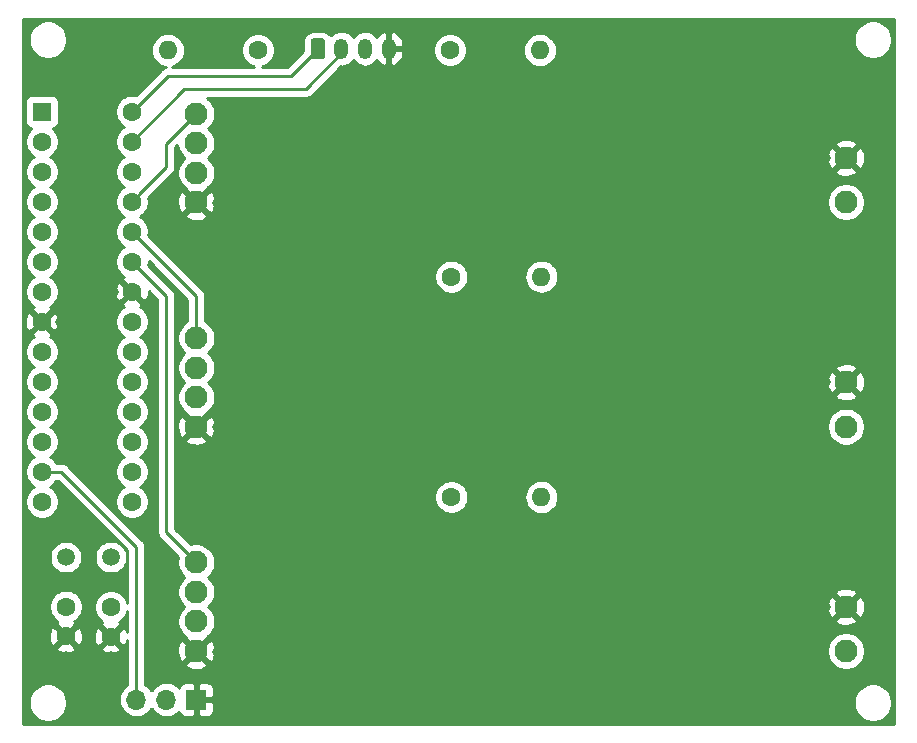
<source format=gbr>
G04 #@! TF.GenerationSoftware,KiCad,Pcbnew,(5.1.4-0-10_14)*
G04 #@! TF.CreationDate,2020-03-12T21:14:11-05:00*
G04 #@! TF.ProjectId,I2C_Front_Forearm_Mini,4932435f-4672-46f6-9e74-5f466f726561,rev?*
G04 #@! TF.SameCoordinates,Original*
G04 #@! TF.FileFunction,Copper,L2,Bot*
G04 #@! TF.FilePolarity,Positive*
%FSLAX46Y46*%
G04 Gerber Fmt 4.6, Leading zero omitted, Abs format (unit mm)*
G04 Created by KiCad (PCBNEW (5.1.4-0-10_14)) date 2020-03-12 21:14:11*
%MOMM*%
%LPD*%
G04 APERTURE LIST*
%ADD10O,1.700000X1.700000*%
%ADD11R,1.700000X1.700000*%
%ADD12C,1.500000*%
%ADD13C,1.600000*%
%ADD14R,1.600000X1.600000*%
%ADD15O,1.600000X1.600000*%
%ADD16O,1.200000X1.750000*%
%ADD17C,0.100000*%
%ADD18C,1.200000*%
%ADD19C,1.950000*%
%ADD20C,0.800000*%
%ADD21C,0.250000*%
%ADD22C,0.254000*%
G04 APERTURE END LIST*
D10*
X128016000Y-134239000D03*
X130556000Y-134239000D03*
D11*
X133096000Y-134239000D03*
D12*
X122057000Y-122174000D03*
X125857000Y-122174000D03*
D13*
X127635000Y-84455000D03*
X127635000Y-86995000D03*
X127635000Y-89535000D03*
X127635000Y-92075000D03*
X127635000Y-94615000D03*
X127635000Y-97155000D03*
X127635000Y-99695000D03*
X127635000Y-102235000D03*
X127635000Y-104775000D03*
X127635000Y-107315000D03*
X127635000Y-109855000D03*
X127635000Y-112395000D03*
X127635000Y-114935000D03*
X127635000Y-117475000D03*
X120015000Y-117475000D03*
X120015000Y-114935000D03*
X120015000Y-112395000D03*
X120015000Y-109855000D03*
X120015000Y-107315000D03*
X120015000Y-104775000D03*
X120015000Y-102235000D03*
X120015000Y-99695000D03*
X120015000Y-97155000D03*
X120015000Y-94615000D03*
X120015000Y-92075000D03*
X120015000Y-89535000D03*
X120015000Y-86995000D03*
D14*
X120015000Y-84455000D03*
D15*
X162306000Y-117094000D03*
D13*
X154686000Y-117094000D03*
D15*
X162306000Y-98425000D03*
D13*
X154686000Y-98425000D03*
D15*
X162179000Y-79248000D03*
D13*
X154559000Y-79248000D03*
D15*
X130683000Y-79248000D03*
D13*
X138303000Y-79248000D03*
D16*
X149383000Y-79121000D03*
X147383000Y-79121000D03*
X145383000Y-79121000D03*
D17*
G36*
X143757505Y-78247204D02*
G01*
X143781773Y-78250804D01*
X143805572Y-78256765D01*
X143828671Y-78265030D01*
X143850850Y-78275520D01*
X143871893Y-78288132D01*
X143891599Y-78302747D01*
X143909777Y-78319223D01*
X143926253Y-78337401D01*
X143940868Y-78357107D01*
X143953480Y-78378150D01*
X143963970Y-78400329D01*
X143972235Y-78423428D01*
X143978196Y-78447227D01*
X143981796Y-78471495D01*
X143983000Y-78495999D01*
X143983000Y-79746001D01*
X143981796Y-79770505D01*
X143978196Y-79794773D01*
X143972235Y-79818572D01*
X143963970Y-79841671D01*
X143953480Y-79863850D01*
X143940868Y-79884893D01*
X143926253Y-79904599D01*
X143909777Y-79922777D01*
X143891599Y-79939253D01*
X143871893Y-79953868D01*
X143850850Y-79966480D01*
X143828671Y-79976970D01*
X143805572Y-79985235D01*
X143781773Y-79991196D01*
X143757505Y-79994796D01*
X143733001Y-79996000D01*
X143032999Y-79996000D01*
X143008495Y-79994796D01*
X142984227Y-79991196D01*
X142960428Y-79985235D01*
X142937329Y-79976970D01*
X142915150Y-79966480D01*
X142894107Y-79953868D01*
X142874401Y-79939253D01*
X142856223Y-79922777D01*
X142839747Y-79904599D01*
X142825132Y-79884893D01*
X142812520Y-79863850D01*
X142802030Y-79841671D01*
X142793765Y-79818572D01*
X142787804Y-79794773D01*
X142784204Y-79770505D01*
X142783000Y-79746001D01*
X142783000Y-78495999D01*
X142784204Y-78471495D01*
X142787804Y-78447227D01*
X142793765Y-78423428D01*
X142802030Y-78400329D01*
X142812520Y-78378150D01*
X142825132Y-78357107D01*
X142839747Y-78337401D01*
X142856223Y-78319223D01*
X142874401Y-78302747D01*
X142894107Y-78288132D01*
X142915150Y-78275520D01*
X142937329Y-78265030D01*
X142960428Y-78256765D01*
X142984227Y-78250804D01*
X143008495Y-78247204D01*
X143032999Y-78246000D01*
X143733001Y-78246000D01*
X143757505Y-78247204D01*
X143757505Y-78247204D01*
G37*
D18*
X143383000Y-79121000D03*
D13*
X122047000Y-128865000D03*
X122047000Y-126365000D03*
X125857000Y-126405000D03*
X125857000Y-128905000D03*
D19*
X133096000Y-87122000D03*
X133096000Y-84622000D03*
X188096000Y-88372000D03*
X188096000Y-92122000D03*
X133096000Y-92122000D03*
X133096000Y-89622000D03*
X133096000Y-106122000D03*
X133096000Y-103622000D03*
X188096000Y-107372000D03*
X188096000Y-111122000D03*
X133096000Y-111122000D03*
X133096000Y-108622000D03*
X133096000Y-125122000D03*
X133096000Y-122622000D03*
X188096000Y-126372000D03*
X188096000Y-130122000D03*
X133096000Y-130122000D03*
X133096000Y-127622000D03*
D20*
X121539000Y-102235000D03*
X126111000Y-99695000D03*
X134874000Y-92202000D03*
X134874000Y-111125000D03*
X134874000Y-130175000D03*
X133096000Y-135890000D03*
X186436000Y-126365000D03*
X186436000Y-107315000D03*
X186436000Y-88392000D03*
X122047000Y-130556000D03*
X125857000Y-130556000D03*
D21*
X130683000Y-81407000D02*
X141097000Y-81407000D01*
X141097000Y-81407000D02*
X143383000Y-79121000D01*
X127635000Y-84455000D02*
X130683000Y-81407000D01*
X142367000Y-82550000D02*
X145383000Y-79534000D01*
X132080000Y-82550000D02*
X142367000Y-82550000D01*
X145383000Y-79534000D02*
X145383000Y-79121000D01*
X127635000Y-86995000D02*
X132080000Y-82550000D01*
X128434999Y-91275001D02*
X127635000Y-92075000D01*
X130556000Y-87162000D02*
X130556000Y-89154000D01*
X130556000Y-89154000D02*
X128434999Y-91275001D01*
X133096000Y-84622000D02*
X130556000Y-87162000D01*
X133096000Y-100076000D02*
X128434999Y-95414999D01*
X133096000Y-103622000D02*
X133096000Y-100076000D01*
X128434999Y-95414999D02*
X127635000Y-94615000D01*
X128434999Y-97954999D02*
X127635000Y-97155000D01*
X130556000Y-100076000D02*
X128434999Y-97954999D01*
X130556000Y-120082000D02*
X130556000Y-100076000D01*
X133096000Y-122622000D02*
X130556000Y-120082000D01*
X121666000Y-114935000D02*
X120015000Y-114935000D01*
X128016000Y-121285000D02*
X121666000Y-114935000D01*
X128016000Y-134239000D02*
X128016000Y-121285000D01*
D22*
G36*
X192126000Y-136286000D02*
G01*
X118446000Y-136286000D01*
X118446000Y-134331967D01*
X118888000Y-134331967D01*
X118888000Y-134654033D01*
X118950832Y-134969912D01*
X119074082Y-135267463D01*
X119253013Y-135535252D01*
X119480748Y-135762987D01*
X119748537Y-135941918D01*
X120046088Y-136065168D01*
X120361967Y-136128000D01*
X120684033Y-136128000D01*
X120999912Y-136065168D01*
X121297463Y-135941918D01*
X121565252Y-135762987D01*
X121792987Y-135535252D01*
X121971918Y-135267463D01*
X122095168Y-134969912D01*
X122158000Y-134654033D01*
X122158000Y-134331967D01*
X122095168Y-134016088D01*
X121971918Y-133718537D01*
X121792987Y-133450748D01*
X121565252Y-133223013D01*
X121297463Y-133044082D01*
X120999912Y-132920832D01*
X120684033Y-132858000D01*
X120361967Y-132858000D01*
X120046088Y-132920832D01*
X119748537Y-133044082D01*
X119480748Y-133223013D01*
X119253013Y-133450748D01*
X119074082Y-133718537D01*
X118950832Y-134016088D01*
X118888000Y-134331967D01*
X118446000Y-134331967D01*
X118446000Y-129857702D01*
X121233903Y-129857702D01*
X121305486Y-130101671D01*
X121560996Y-130222571D01*
X121835184Y-130291300D01*
X122117512Y-130305217D01*
X122397130Y-130263787D01*
X122663292Y-130168603D01*
X122788514Y-130101671D01*
X122848360Y-129897702D01*
X125043903Y-129897702D01*
X125115486Y-130141671D01*
X125370996Y-130262571D01*
X125645184Y-130331300D01*
X125927512Y-130345217D01*
X126207130Y-130303787D01*
X126473292Y-130208603D01*
X126598514Y-130141671D01*
X126670097Y-129897702D01*
X125857000Y-129084605D01*
X125043903Y-129897702D01*
X122848360Y-129897702D01*
X122860097Y-129857702D01*
X122047000Y-129044605D01*
X121233903Y-129857702D01*
X118446000Y-129857702D01*
X118446000Y-128935512D01*
X120606783Y-128935512D01*
X120648213Y-129215130D01*
X120743397Y-129481292D01*
X120810329Y-129606514D01*
X121054298Y-129678097D01*
X121867395Y-128865000D01*
X122226605Y-128865000D01*
X123039702Y-129678097D01*
X123283671Y-129606514D01*
X123404571Y-129351004D01*
X123473300Y-129076816D01*
X123478293Y-128975512D01*
X124416783Y-128975512D01*
X124458213Y-129255130D01*
X124553397Y-129521292D01*
X124620329Y-129646514D01*
X124864298Y-129718097D01*
X125677395Y-128905000D01*
X124864298Y-128091903D01*
X124620329Y-128163486D01*
X124499429Y-128418996D01*
X124430700Y-128693184D01*
X124416783Y-128975512D01*
X123478293Y-128975512D01*
X123487217Y-128794488D01*
X123445787Y-128514870D01*
X123350603Y-128248708D01*
X123283671Y-128123486D01*
X123039702Y-128051903D01*
X122226605Y-128865000D01*
X121867395Y-128865000D01*
X121054298Y-128051903D01*
X120810329Y-128123486D01*
X120689429Y-128378996D01*
X120620700Y-128653184D01*
X120606783Y-128935512D01*
X118446000Y-128935512D01*
X118446000Y-126223665D01*
X120612000Y-126223665D01*
X120612000Y-126506335D01*
X120667147Y-126783574D01*
X120775320Y-127044727D01*
X120932363Y-127279759D01*
X121132241Y-127479637D01*
X121332869Y-127613692D01*
X121305486Y-127628329D01*
X121233903Y-127872298D01*
X122047000Y-128685395D01*
X122860097Y-127872298D01*
X122788514Y-127628329D01*
X122759659Y-127614676D01*
X122961759Y-127479637D01*
X123161637Y-127279759D01*
X123318680Y-127044727D01*
X123426853Y-126783574D01*
X123482000Y-126506335D01*
X123482000Y-126223665D01*
X123426853Y-125946426D01*
X123318680Y-125685273D01*
X123161637Y-125450241D01*
X122961759Y-125250363D01*
X122726727Y-125093320D01*
X122465574Y-124985147D01*
X122188335Y-124930000D01*
X121905665Y-124930000D01*
X121628426Y-124985147D01*
X121367273Y-125093320D01*
X121132241Y-125250363D01*
X120932363Y-125450241D01*
X120775320Y-125685273D01*
X120667147Y-125946426D01*
X120612000Y-126223665D01*
X118446000Y-126223665D01*
X118446000Y-122037589D01*
X120672000Y-122037589D01*
X120672000Y-122310411D01*
X120725225Y-122577989D01*
X120829629Y-122830043D01*
X120981201Y-123056886D01*
X121174114Y-123249799D01*
X121400957Y-123401371D01*
X121653011Y-123505775D01*
X121920589Y-123559000D01*
X122193411Y-123559000D01*
X122460989Y-123505775D01*
X122713043Y-123401371D01*
X122939886Y-123249799D01*
X123132799Y-123056886D01*
X123284371Y-122830043D01*
X123388775Y-122577989D01*
X123442000Y-122310411D01*
X123442000Y-122037589D01*
X124472000Y-122037589D01*
X124472000Y-122310411D01*
X124525225Y-122577989D01*
X124629629Y-122830043D01*
X124781201Y-123056886D01*
X124974114Y-123249799D01*
X125200957Y-123401371D01*
X125453011Y-123505775D01*
X125720589Y-123559000D01*
X125993411Y-123559000D01*
X126260989Y-123505775D01*
X126513043Y-123401371D01*
X126739886Y-123249799D01*
X126932799Y-123056886D01*
X127084371Y-122830043D01*
X127188775Y-122577989D01*
X127242000Y-122310411D01*
X127242000Y-122037589D01*
X127188775Y-121770011D01*
X127084371Y-121517957D01*
X126932799Y-121291114D01*
X126739886Y-121098201D01*
X126513043Y-120946629D01*
X126260989Y-120842225D01*
X125993411Y-120789000D01*
X125720589Y-120789000D01*
X125453011Y-120842225D01*
X125200957Y-120946629D01*
X124974114Y-121098201D01*
X124781201Y-121291114D01*
X124629629Y-121517957D01*
X124525225Y-121770011D01*
X124472000Y-122037589D01*
X123442000Y-122037589D01*
X123388775Y-121770011D01*
X123284371Y-121517957D01*
X123132799Y-121291114D01*
X122939886Y-121098201D01*
X122713043Y-120946629D01*
X122460989Y-120842225D01*
X122193411Y-120789000D01*
X121920589Y-120789000D01*
X121653011Y-120842225D01*
X121400957Y-120946629D01*
X121174114Y-121098201D01*
X120981201Y-121291114D01*
X120829629Y-121517957D01*
X120725225Y-121770011D01*
X120672000Y-122037589D01*
X118446000Y-122037589D01*
X118446000Y-104633665D01*
X118580000Y-104633665D01*
X118580000Y-104916335D01*
X118635147Y-105193574D01*
X118743320Y-105454727D01*
X118900363Y-105689759D01*
X119100241Y-105889637D01*
X119332759Y-106045000D01*
X119100241Y-106200363D01*
X118900363Y-106400241D01*
X118743320Y-106635273D01*
X118635147Y-106896426D01*
X118580000Y-107173665D01*
X118580000Y-107456335D01*
X118635147Y-107733574D01*
X118743320Y-107994727D01*
X118900363Y-108229759D01*
X119100241Y-108429637D01*
X119332759Y-108585000D01*
X119100241Y-108740363D01*
X118900363Y-108940241D01*
X118743320Y-109175273D01*
X118635147Y-109436426D01*
X118580000Y-109713665D01*
X118580000Y-109996335D01*
X118635147Y-110273574D01*
X118743320Y-110534727D01*
X118900363Y-110769759D01*
X119100241Y-110969637D01*
X119332759Y-111125000D01*
X119100241Y-111280363D01*
X118900363Y-111480241D01*
X118743320Y-111715273D01*
X118635147Y-111976426D01*
X118580000Y-112253665D01*
X118580000Y-112536335D01*
X118635147Y-112813574D01*
X118743320Y-113074727D01*
X118900363Y-113309759D01*
X119100241Y-113509637D01*
X119332759Y-113665000D01*
X119100241Y-113820363D01*
X118900363Y-114020241D01*
X118743320Y-114255273D01*
X118635147Y-114516426D01*
X118580000Y-114793665D01*
X118580000Y-115076335D01*
X118635147Y-115353574D01*
X118743320Y-115614727D01*
X118900363Y-115849759D01*
X119100241Y-116049637D01*
X119332759Y-116205000D01*
X119100241Y-116360363D01*
X118900363Y-116560241D01*
X118743320Y-116795273D01*
X118635147Y-117056426D01*
X118580000Y-117333665D01*
X118580000Y-117616335D01*
X118635147Y-117893574D01*
X118743320Y-118154727D01*
X118900363Y-118389759D01*
X119100241Y-118589637D01*
X119335273Y-118746680D01*
X119596426Y-118854853D01*
X119873665Y-118910000D01*
X120156335Y-118910000D01*
X120433574Y-118854853D01*
X120694727Y-118746680D01*
X120929759Y-118589637D01*
X121129637Y-118389759D01*
X121286680Y-118154727D01*
X121394853Y-117893574D01*
X121450000Y-117616335D01*
X121450000Y-117333665D01*
X121394853Y-117056426D01*
X121286680Y-116795273D01*
X121129637Y-116560241D01*
X120929759Y-116360363D01*
X120697241Y-116205000D01*
X120929759Y-116049637D01*
X121129637Y-115849759D01*
X121233043Y-115695000D01*
X121351199Y-115695000D01*
X127256001Y-121599803D01*
X127256001Y-126082686D01*
X127236853Y-125986426D01*
X127128680Y-125725273D01*
X126971637Y-125490241D01*
X126771759Y-125290363D01*
X126536727Y-125133320D01*
X126275574Y-125025147D01*
X125998335Y-124970000D01*
X125715665Y-124970000D01*
X125438426Y-125025147D01*
X125177273Y-125133320D01*
X124942241Y-125290363D01*
X124742363Y-125490241D01*
X124585320Y-125725273D01*
X124477147Y-125986426D01*
X124422000Y-126263665D01*
X124422000Y-126546335D01*
X124477147Y-126823574D01*
X124585320Y-127084727D01*
X124742363Y-127319759D01*
X124942241Y-127519637D01*
X125142869Y-127653692D01*
X125115486Y-127668329D01*
X125043903Y-127912298D01*
X125857000Y-128725395D01*
X126670097Y-127912298D01*
X126598514Y-127668329D01*
X126569659Y-127654676D01*
X126771759Y-127519637D01*
X126971637Y-127319759D01*
X127128680Y-127084727D01*
X127236853Y-126823574D01*
X127256001Y-126727314D01*
X127256000Y-128556311D01*
X127255787Y-128554870D01*
X127160603Y-128288708D01*
X127093671Y-128163486D01*
X126849702Y-128091903D01*
X126036605Y-128905000D01*
X126849702Y-129718097D01*
X127093671Y-129646514D01*
X127214571Y-129391004D01*
X127256000Y-129225725D01*
X127256000Y-132961405D01*
X127186986Y-132998294D01*
X126960866Y-133183866D01*
X126775294Y-133409986D01*
X126637401Y-133667966D01*
X126552487Y-133947889D01*
X126523815Y-134239000D01*
X126552487Y-134530111D01*
X126637401Y-134810034D01*
X126775294Y-135068014D01*
X126960866Y-135294134D01*
X127186986Y-135479706D01*
X127444966Y-135617599D01*
X127724889Y-135702513D01*
X127943050Y-135724000D01*
X128088950Y-135724000D01*
X128307111Y-135702513D01*
X128587034Y-135617599D01*
X128845014Y-135479706D01*
X129071134Y-135294134D01*
X129256706Y-135068014D01*
X129286000Y-135013209D01*
X129315294Y-135068014D01*
X129500866Y-135294134D01*
X129726986Y-135479706D01*
X129984966Y-135617599D01*
X130264889Y-135702513D01*
X130483050Y-135724000D01*
X130628950Y-135724000D01*
X130847111Y-135702513D01*
X131127034Y-135617599D01*
X131385014Y-135479706D01*
X131611134Y-135294134D01*
X131635607Y-135264313D01*
X131656498Y-135333180D01*
X131715463Y-135443494D01*
X131794815Y-135540185D01*
X131891506Y-135619537D01*
X132001820Y-135678502D01*
X132121518Y-135714812D01*
X132246000Y-135727072D01*
X132810250Y-135724000D01*
X132969000Y-135565250D01*
X132969000Y-134366000D01*
X133223000Y-134366000D01*
X133223000Y-135565250D01*
X133381750Y-135724000D01*
X133946000Y-135727072D01*
X134070482Y-135714812D01*
X134190180Y-135678502D01*
X134300494Y-135619537D01*
X134397185Y-135540185D01*
X134476537Y-135443494D01*
X134535502Y-135333180D01*
X134571812Y-135213482D01*
X134584072Y-135089000D01*
X134581000Y-134524750D01*
X134422250Y-134366000D01*
X133223000Y-134366000D01*
X132969000Y-134366000D01*
X132949000Y-134366000D01*
X132949000Y-134331967D01*
X188738000Y-134331967D01*
X188738000Y-134654033D01*
X188800832Y-134969912D01*
X188924082Y-135267463D01*
X189103013Y-135535252D01*
X189330748Y-135762987D01*
X189598537Y-135941918D01*
X189896088Y-136065168D01*
X190211967Y-136128000D01*
X190534033Y-136128000D01*
X190849912Y-136065168D01*
X191147463Y-135941918D01*
X191415252Y-135762987D01*
X191642987Y-135535252D01*
X191821918Y-135267463D01*
X191945168Y-134969912D01*
X192008000Y-134654033D01*
X192008000Y-134331967D01*
X191945168Y-134016088D01*
X191821918Y-133718537D01*
X191642987Y-133450748D01*
X191415252Y-133223013D01*
X191147463Y-133044082D01*
X190849912Y-132920832D01*
X190534033Y-132858000D01*
X190211967Y-132858000D01*
X189896088Y-132920832D01*
X189598537Y-133044082D01*
X189330748Y-133223013D01*
X189103013Y-133450748D01*
X188924082Y-133718537D01*
X188800832Y-134016088D01*
X188738000Y-134331967D01*
X132949000Y-134331967D01*
X132949000Y-134112000D01*
X132969000Y-134112000D01*
X132969000Y-132912750D01*
X133223000Y-132912750D01*
X133223000Y-134112000D01*
X134422250Y-134112000D01*
X134581000Y-133953250D01*
X134584072Y-133389000D01*
X134571812Y-133264518D01*
X134535502Y-133144820D01*
X134476537Y-133034506D01*
X134397185Y-132937815D01*
X134300494Y-132858463D01*
X134190180Y-132799498D01*
X134070482Y-132763188D01*
X133946000Y-132750928D01*
X133381750Y-132754000D01*
X133223000Y-132912750D01*
X132969000Y-132912750D01*
X132810250Y-132754000D01*
X132246000Y-132750928D01*
X132121518Y-132763188D01*
X132001820Y-132799498D01*
X131891506Y-132858463D01*
X131794815Y-132937815D01*
X131715463Y-133034506D01*
X131656498Y-133144820D01*
X131635607Y-133213687D01*
X131611134Y-133183866D01*
X131385014Y-132998294D01*
X131127034Y-132860401D01*
X130847111Y-132775487D01*
X130628950Y-132754000D01*
X130483050Y-132754000D01*
X130264889Y-132775487D01*
X129984966Y-132860401D01*
X129726986Y-132998294D01*
X129500866Y-133183866D01*
X129315294Y-133409986D01*
X129286000Y-133464791D01*
X129256706Y-133409986D01*
X129071134Y-133183866D01*
X128845014Y-132998294D01*
X128776000Y-132961405D01*
X128776000Y-131239584D01*
X132158021Y-131239584D01*
X132250766Y-131501429D01*
X132536120Y-131639820D01*
X132842990Y-131719883D01*
X133159584Y-131738540D01*
X133473733Y-131695074D01*
X133773367Y-131591156D01*
X133941234Y-131501429D01*
X134033979Y-131239584D01*
X133096000Y-130301605D01*
X132158021Y-131239584D01*
X128776000Y-131239584D01*
X128776000Y-130185584D01*
X131479460Y-130185584D01*
X131522926Y-130499733D01*
X131626844Y-130799367D01*
X131716571Y-130967234D01*
X131978416Y-131059979D01*
X132916395Y-130122000D01*
X133275605Y-130122000D01*
X134213584Y-131059979D01*
X134475429Y-130967234D01*
X134613820Y-130681880D01*
X134693883Y-130375010D01*
X134712540Y-130058416D01*
X134699398Y-129963429D01*
X186486000Y-129963429D01*
X186486000Y-130280571D01*
X186547871Y-130591620D01*
X186669237Y-130884621D01*
X186845431Y-131148315D01*
X187069685Y-131372569D01*
X187333379Y-131548763D01*
X187626380Y-131670129D01*
X187937429Y-131732000D01*
X188254571Y-131732000D01*
X188565620Y-131670129D01*
X188858621Y-131548763D01*
X189122315Y-131372569D01*
X189346569Y-131148315D01*
X189522763Y-130884621D01*
X189644129Y-130591620D01*
X189706000Y-130280571D01*
X189706000Y-129963429D01*
X189644129Y-129652380D01*
X189522763Y-129359379D01*
X189346569Y-129095685D01*
X189122315Y-128871431D01*
X188858621Y-128695237D01*
X188565620Y-128573871D01*
X188254571Y-128512000D01*
X187937429Y-128512000D01*
X187626380Y-128573871D01*
X187333379Y-128695237D01*
X187069685Y-128871431D01*
X186845431Y-129095685D01*
X186669237Y-129359379D01*
X186547871Y-129652380D01*
X186486000Y-129963429D01*
X134699398Y-129963429D01*
X134669074Y-129744267D01*
X134565156Y-129444633D01*
X134475429Y-129276766D01*
X134213584Y-129184021D01*
X133275605Y-130122000D01*
X132916395Y-130122000D01*
X131978416Y-129184021D01*
X131716571Y-129276766D01*
X131578180Y-129562120D01*
X131498117Y-129868990D01*
X131479460Y-130185584D01*
X128776000Y-130185584D01*
X128776000Y-121322322D01*
X128779676Y-121284999D01*
X128776000Y-121247676D01*
X128776000Y-121247667D01*
X128765003Y-121136014D01*
X128721546Y-120992753D01*
X128696892Y-120946629D01*
X128650974Y-120860723D01*
X128579799Y-120773997D01*
X128556001Y-120744999D01*
X128527003Y-120721201D01*
X122229804Y-114424003D01*
X122206001Y-114394999D01*
X122090276Y-114300026D01*
X121958247Y-114229454D01*
X121814986Y-114185997D01*
X121703333Y-114175000D01*
X121703322Y-114175000D01*
X121666000Y-114171324D01*
X121628678Y-114175000D01*
X121233043Y-114175000D01*
X121129637Y-114020241D01*
X120929759Y-113820363D01*
X120697241Y-113665000D01*
X120929759Y-113509637D01*
X121129637Y-113309759D01*
X121286680Y-113074727D01*
X121394853Y-112813574D01*
X121450000Y-112536335D01*
X121450000Y-112253665D01*
X121394853Y-111976426D01*
X121286680Y-111715273D01*
X121129637Y-111480241D01*
X120929759Y-111280363D01*
X120697241Y-111125000D01*
X120929759Y-110969637D01*
X121129637Y-110769759D01*
X121286680Y-110534727D01*
X121394853Y-110273574D01*
X121450000Y-109996335D01*
X121450000Y-109713665D01*
X121394853Y-109436426D01*
X121286680Y-109175273D01*
X121129637Y-108940241D01*
X120929759Y-108740363D01*
X120697241Y-108585000D01*
X120929759Y-108429637D01*
X121129637Y-108229759D01*
X121286680Y-107994727D01*
X121394853Y-107733574D01*
X121450000Y-107456335D01*
X121450000Y-107173665D01*
X121394853Y-106896426D01*
X121286680Y-106635273D01*
X121129637Y-106400241D01*
X120929759Y-106200363D01*
X120697241Y-106045000D01*
X120929759Y-105889637D01*
X121129637Y-105689759D01*
X121286680Y-105454727D01*
X121394853Y-105193574D01*
X121450000Y-104916335D01*
X121450000Y-104633665D01*
X121394853Y-104356426D01*
X121286680Y-104095273D01*
X121129637Y-103860241D01*
X120929759Y-103660363D01*
X120695872Y-103504085D01*
X120756514Y-103471671D01*
X120828097Y-103227702D01*
X120015000Y-102414605D01*
X119201903Y-103227702D01*
X119273486Y-103471671D01*
X119337992Y-103502194D01*
X119335273Y-103503320D01*
X119100241Y-103660363D01*
X118900363Y-103860241D01*
X118743320Y-104095273D01*
X118635147Y-104356426D01*
X118580000Y-104633665D01*
X118446000Y-104633665D01*
X118446000Y-102305512D01*
X118574783Y-102305512D01*
X118616213Y-102585130D01*
X118711397Y-102851292D01*
X118778329Y-102976514D01*
X119022298Y-103048097D01*
X119835395Y-102235000D01*
X120194605Y-102235000D01*
X121007702Y-103048097D01*
X121251671Y-102976514D01*
X121372571Y-102721004D01*
X121441300Y-102446816D01*
X121455217Y-102164488D01*
X121444724Y-102093665D01*
X126200000Y-102093665D01*
X126200000Y-102376335D01*
X126255147Y-102653574D01*
X126363320Y-102914727D01*
X126520363Y-103149759D01*
X126720241Y-103349637D01*
X126952759Y-103505000D01*
X126720241Y-103660363D01*
X126520363Y-103860241D01*
X126363320Y-104095273D01*
X126255147Y-104356426D01*
X126200000Y-104633665D01*
X126200000Y-104916335D01*
X126255147Y-105193574D01*
X126363320Y-105454727D01*
X126520363Y-105689759D01*
X126720241Y-105889637D01*
X126952759Y-106045000D01*
X126720241Y-106200363D01*
X126520363Y-106400241D01*
X126363320Y-106635273D01*
X126255147Y-106896426D01*
X126200000Y-107173665D01*
X126200000Y-107456335D01*
X126255147Y-107733574D01*
X126363320Y-107994727D01*
X126520363Y-108229759D01*
X126720241Y-108429637D01*
X126952759Y-108585000D01*
X126720241Y-108740363D01*
X126520363Y-108940241D01*
X126363320Y-109175273D01*
X126255147Y-109436426D01*
X126200000Y-109713665D01*
X126200000Y-109996335D01*
X126255147Y-110273574D01*
X126363320Y-110534727D01*
X126520363Y-110769759D01*
X126720241Y-110969637D01*
X126952759Y-111125000D01*
X126720241Y-111280363D01*
X126520363Y-111480241D01*
X126363320Y-111715273D01*
X126255147Y-111976426D01*
X126200000Y-112253665D01*
X126200000Y-112536335D01*
X126255147Y-112813574D01*
X126363320Y-113074727D01*
X126520363Y-113309759D01*
X126720241Y-113509637D01*
X126952759Y-113665000D01*
X126720241Y-113820363D01*
X126520363Y-114020241D01*
X126363320Y-114255273D01*
X126255147Y-114516426D01*
X126200000Y-114793665D01*
X126200000Y-115076335D01*
X126255147Y-115353574D01*
X126363320Y-115614727D01*
X126520363Y-115849759D01*
X126720241Y-116049637D01*
X126952759Y-116205000D01*
X126720241Y-116360363D01*
X126520363Y-116560241D01*
X126363320Y-116795273D01*
X126255147Y-117056426D01*
X126200000Y-117333665D01*
X126200000Y-117616335D01*
X126255147Y-117893574D01*
X126363320Y-118154727D01*
X126520363Y-118389759D01*
X126720241Y-118589637D01*
X126955273Y-118746680D01*
X127216426Y-118854853D01*
X127493665Y-118910000D01*
X127776335Y-118910000D01*
X128053574Y-118854853D01*
X128314727Y-118746680D01*
X128549759Y-118589637D01*
X128749637Y-118389759D01*
X128906680Y-118154727D01*
X129014853Y-117893574D01*
X129070000Y-117616335D01*
X129070000Y-117333665D01*
X129014853Y-117056426D01*
X128906680Y-116795273D01*
X128749637Y-116560241D01*
X128549759Y-116360363D01*
X128317241Y-116205000D01*
X128549759Y-116049637D01*
X128749637Y-115849759D01*
X128906680Y-115614727D01*
X129014853Y-115353574D01*
X129070000Y-115076335D01*
X129070000Y-114793665D01*
X129014853Y-114516426D01*
X128906680Y-114255273D01*
X128749637Y-114020241D01*
X128549759Y-113820363D01*
X128317241Y-113665000D01*
X128549759Y-113509637D01*
X128749637Y-113309759D01*
X128906680Y-113074727D01*
X129014853Y-112813574D01*
X129070000Y-112536335D01*
X129070000Y-112253665D01*
X129014853Y-111976426D01*
X128906680Y-111715273D01*
X128749637Y-111480241D01*
X128549759Y-111280363D01*
X128317241Y-111125000D01*
X128549759Y-110969637D01*
X128749637Y-110769759D01*
X128906680Y-110534727D01*
X129014853Y-110273574D01*
X129070000Y-109996335D01*
X129070000Y-109713665D01*
X129014853Y-109436426D01*
X128906680Y-109175273D01*
X128749637Y-108940241D01*
X128549759Y-108740363D01*
X128317241Y-108585000D01*
X128549759Y-108429637D01*
X128749637Y-108229759D01*
X128906680Y-107994727D01*
X129014853Y-107733574D01*
X129070000Y-107456335D01*
X129070000Y-107173665D01*
X129014853Y-106896426D01*
X128906680Y-106635273D01*
X128749637Y-106400241D01*
X128549759Y-106200363D01*
X128317241Y-106045000D01*
X128549759Y-105889637D01*
X128749637Y-105689759D01*
X128906680Y-105454727D01*
X129014853Y-105193574D01*
X129070000Y-104916335D01*
X129070000Y-104633665D01*
X129014853Y-104356426D01*
X128906680Y-104095273D01*
X128749637Y-103860241D01*
X128549759Y-103660363D01*
X128317241Y-103505000D01*
X128549759Y-103349637D01*
X128749637Y-103149759D01*
X128906680Y-102914727D01*
X129014853Y-102653574D01*
X129070000Y-102376335D01*
X129070000Y-102093665D01*
X129014853Y-101816426D01*
X128906680Y-101555273D01*
X128749637Y-101320241D01*
X128549759Y-101120363D01*
X128315872Y-100964085D01*
X128376514Y-100931671D01*
X128448097Y-100687702D01*
X127635000Y-99874605D01*
X126821903Y-100687702D01*
X126893486Y-100931671D01*
X126957992Y-100962194D01*
X126955273Y-100963320D01*
X126720241Y-101120363D01*
X126520363Y-101320241D01*
X126363320Y-101555273D01*
X126255147Y-101816426D01*
X126200000Y-102093665D01*
X121444724Y-102093665D01*
X121413787Y-101884870D01*
X121318603Y-101618708D01*
X121251671Y-101493486D01*
X121007702Y-101421903D01*
X120194605Y-102235000D01*
X119835395Y-102235000D01*
X119022298Y-101421903D01*
X118778329Y-101493486D01*
X118657429Y-101748996D01*
X118588700Y-102023184D01*
X118574783Y-102305512D01*
X118446000Y-102305512D01*
X118446000Y-83655000D01*
X118576928Y-83655000D01*
X118576928Y-85255000D01*
X118589188Y-85379482D01*
X118625498Y-85499180D01*
X118684463Y-85609494D01*
X118763815Y-85706185D01*
X118860506Y-85785537D01*
X118970820Y-85844502D01*
X119090518Y-85880812D01*
X119098961Y-85881643D01*
X118900363Y-86080241D01*
X118743320Y-86315273D01*
X118635147Y-86576426D01*
X118580000Y-86853665D01*
X118580000Y-87136335D01*
X118635147Y-87413574D01*
X118743320Y-87674727D01*
X118900363Y-87909759D01*
X119100241Y-88109637D01*
X119332759Y-88265000D01*
X119100241Y-88420363D01*
X118900363Y-88620241D01*
X118743320Y-88855273D01*
X118635147Y-89116426D01*
X118580000Y-89393665D01*
X118580000Y-89676335D01*
X118635147Y-89953574D01*
X118743320Y-90214727D01*
X118900363Y-90449759D01*
X119100241Y-90649637D01*
X119332759Y-90805000D01*
X119100241Y-90960363D01*
X118900363Y-91160241D01*
X118743320Y-91395273D01*
X118635147Y-91656426D01*
X118580000Y-91933665D01*
X118580000Y-92216335D01*
X118635147Y-92493574D01*
X118743320Y-92754727D01*
X118900363Y-92989759D01*
X119100241Y-93189637D01*
X119332759Y-93345000D01*
X119100241Y-93500363D01*
X118900363Y-93700241D01*
X118743320Y-93935273D01*
X118635147Y-94196426D01*
X118580000Y-94473665D01*
X118580000Y-94756335D01*
X118635147Y-95033574D01*
X118743320Y-95294727D01*
X118900363Y-95529759D01*
X119100241Y-95729637D01*
X119332759Y-95885000D01*
X119100241Y-96040363D01*
X118900363Y-96240241D01*
X118743320Y-96475273D01*
X118635147Y-96736426D01*
X118580000Y-97013665D01*
X118580000Y-97296335D01*
X118635147Y-97573574D01*
X118743320Y-97834727D01*
X118900363Y-98069759D01*
X119100241Y-98269637D01*
X119332759Y-98425000D01*
X119100241Y-98580363D01*
X118900363Y-98780241D01*
X118743320Y-99015273D01*
X118635147Y-99276426D01*
X118580000Y-99553665D01*
X118580000Y-99836335D01*
X118635147Y-100113574D01*
X118743320Y-100374727D01*
X118900363Y-100609759D01*
X119100241Y-100809637D01*
X119334128Y-100965915D01*
X119273486Y-100998329D01*
X119201903Y-101242298D01*
X120015000Y-102055395D01*
X120828097Y-101242298D01*
X120756514Y-100998329D01*
X120692008Y-100967806D01*
X120694727Y-100966680D01*
X120929759Y-100809637D01*
X121129637Y-100609759D01*
X121286680Y-100374727D01*
X121394853Y-100113574D01*
X121450000Y-99836335D01*
X121450000Y-99765512D01*
X126194783Y-99765512D01*
X126236213Y-100045130D01*
X126331397Y-100311292D01*
X126398329Y-100436514D01*
X126642298Y-100508097D01*
X127455395Y-99695000D01*
X126642298Y-98881903D01*
X126398329Y-98953486D01*
X126277429Y-99208996D01*
X126208700Y-99483184D01*
X126194783Y-99765512D01*
X121450000Y-99765512D01*
X121450000Y-99553665D01*
X121394853Y-99276426D01*
X121286680Y-99015273D01*
X121129637Y-98780241D01*
X120929759Y-98580363D01*
X120697241Y-98425000D01*
X120929759Y-98269637D01*
X121129637Y-98069759D01*
X121286680Y-97834727D01*
X121394853Y-97573574D01*
X121450000Y-97296335D01*
X121450000Y-97013665D01*
X121394853Y-96736426D01*
X121286680Y-96475273D01*
X121129637Y-96240241D01*
X120929759Y-96040363D01*
X120697241Y-95885000D01*
X120929759Y-95729637D01*
X121129637Y-95529759D01*
X121286680Y-95294727D01*
X121394853Y-95033574D01*
X121450000Y-94756335D01*
X121450000Y-94473665D01*
X121394853Y-94196426D01*
X121286680Y-93935273D01*
X121129637Y-93700241D01*
X120929759Y-93500363D01*
X120697241Y-93345000D01*
X120929759Y-93189637D01*
X121129637Y-92989759D01*
X121286680Y-92754727D01*
X121394853Y-92493574D01*
X121450000Y-92216335D01*
X121450000Y-91933665D01*
X121394853Y-91656426D01*
X121286680Y-91395273D01*
X121129637Y-91160241D01*
X120929759Y-90960363D01*
X120697241Y-90805000D01*
X120929759Y-90649637D01*
X121129637Y-90449759D01*
X121286680Y-90214727D01*
X121394853Y-89953574D01*
X121450000Y-89676335D01*
X121450000Y-89393665D01*
X121394853Y-89116426D01*
X121286680Y-88855273D01*
X121129637Y-88620241D01*
X120929759Y-88420363D01*
X120697241Y-88265000D01*
X120929759Y-88109637D01*
X121129637Y-87909759D01*
X121286680Y-87674727D01*
X121394853Y-87413574D01*
X121450000Y-87136335D01*
X121450000Y-86853665D01*
X121394853Y-86576426D01*
X121286680Y-86315273D01*
X121129637Y-86080241D01*
X120931039Y-85881643D01*
X120939482Y-85880812D01*
X121059180Y-85844502D01*
X121169494Y-85785537D01*
X121266185Y-85706185D01*
X121345537Y-85609494D01*
X121404502Y-85499180D01*
X121440812Y-85379482D01*
X121453072Y-85255000D01*
X121453072Y-84313665D01*
X126200000Y-84313665D01*
X126200000Y-84596335D01*
X126255147Y-84873574D01*
X126363320Y-85134727D01*
X126520363Y-85369759D01*
X126720241Y-85569637D01*
X126952759Y-85725000D01*
X126720241Y-85880363D01*
X126520363Y-86080241D01*
X126363320Y-86315273D01*
X126255147Y-86576426D01*
X126200000Y-86853665D01*
X126200000Y-87136335D01*
X126255147Y-87413574D01*
X126363320Y-87674727D01*
X126520363Y-87909759D01*
X126720241Y-88109637D01*
X126952759Y-88265000D01*
X126720241Y-88420363D01*
X126520363Y-88620241D01*
X126363320Y-88855273D01*
X126255147Y-89116426D01*
X126200000Y-89393665D01*
X126200000Y-89676335D01*
X126255147Y-89953574D01*
X126363320Y-90214727D01*
X126520363Y-90449759D01*
X126720241Y-90649637D01*
X126952759Y-90805000D01*
X126720241Y-90960363D01*
X126520363Y-91160241D01*
X126363320Y-91395273D01*
X126255147Y-91656426D01*
X126200000Y-91933665D01*
X126200000Y-92216335D01*
X126255147Y-92493574D01*
X126363320Y-92754727D01*
X126520363Y-92989759D01*
X126720241Y-93189637D01*
X126952759Y-93345000D01*
X126720241Y-93500363D01*
X126520363Y-93700241D01*
X126363320Y-93935273D01*
X126255147Y-94196426D01*
X126200000Y-94473665D01*
X126200000Y-94756335D01*
X126255147Y-95033574D01*
X126363320Y-95294727D01*
X126520363Y-95529759D01*
X126720241Y-95729637D01*
X126952759Y-95885000D01*
X126720241Y-96040363D01*
X126520363Y-96240241D01*
X126363320Y-96475273D01*
X126255147Y-96736426D01*
X126200000Y-97013665D01*
X126200000Y-97296335D01*
X126255147Y-97573574D01*
X126363320Y-97834727D01*
X126520363Y-98069759D01*
X126720241Y-98269637D01*
X126954128Y-98425915D01*
X126893486Y-98458329D01*
X126821903Y-98702298D01*
X127635000Y-99515395D01*
X127649143Y-99501253D01*
X127828748Y-99680858D01*
X127814605Y-99695000D01*
X128627702Y-100508097D01*
X128871671Y-100436514D01*
X128992571Y-100181004D01*
X129061300Y-99906816D01*
X129073078Y-99667880D01*
X129796001Y-100390804D01*
X129796000Y-120044678D01*
X129792324Y-120082000D01*
X129796000Y-120119322D01*
X129796000Y-120119332D01*
X129806997Y-120230985D01*
X129850454Y-120374246D01*
X129921026Y-120506276D01*
X129933375Y-120521323D01*
X130015999Y-120622001D01*
X130045003Y-120645804D01*
X131548957Y-122149759D01*
X131547871Y-122152380D01*
X131486000Y-122463429D01*
X131486000Y-122780571D01*
X131547871Y-123091620D01*
X131669237Y-123384621D01*
X131845431Y-123648315D01*
X132069116Y-123872000D01*
X131845431Y-124095685D01*
X131669237Y-124359379D01*
X131547871Y-124652380D01*
X131486000Y-124963429D01*
X131486000Y-125280571D01*
X131547871Y-125591620D01*
X131669237Y-125884621D01*
X131845431Y-126148315D01*
X132069116Y-126372000D01*
X131845431Y-126595685D01*
X131669237Y-126859379D01*
X131547871Y-127152380D01*
X131486000Y-127463429D01*
X131486000Y-127780571D01*
X131547871Y-128091620D01*
X131669237Y-128384621D01*
X131845431Y-128648315D01*
X132069685Y-128872569D01*
X132178878Y-128945529D01*
X132158021Y-129004416D01*
X133096000Y-129942395D01*
X134033979Y-129004416D01*
X134013122Y-128945529D01*
X134122315Y-128872569D01*
X134346569Y-128648315D01*
X134522763Y-128384621D01*
X134644129Y-128091620D01*
X134706000Y-127780571D01*
X134706000Y-127489584D01*
X187158021Y-127489584D01*
X187250766Y-127751429D01*
X187536120Y-127889820D01*
X187842990Y-127969883D01*
X188159584Y-127988540D01*
X188473733Y-127945074D01*
X188773367Y-127841156D01*
X188941234Y-127751429D01*
X189033979Y-127489584D01*
X188096000Y-126551605D01*
X187158021Y-127489584D01*
X134706000Y-127489584D01*
X134706000Y-127463429D01*
X134644129Y-127152380D01*
X134522763Y-126859379D01*
X134346569Y-126595685D01*
X134186468Y-126435584D01*
X186479460Y-126435584D01*
X186522926Y-126749733D01*
X186626844Y-127049367D01*
X186716571Y-127217234D01*
X186978416Y-127309979D01*
X187916395Y-126372000D01*
X188275605Y-126372000D01*
X189213584Y-127309979D01*
X189475429Y-127217234D01*
X189613820Y-126931880D01*
X189693883Y-126625010D01*
X189712540Y-126308416D01*
X189669074Y-125994267D01*
X189565156Y-125694633D01*
X189475429Y-125526766D01*
X189213584Y-125434021D01*
X188275605Y-126372000D01*
X187916395Y-126372000D01*
X186978416Y-125434021D01*
X186716571Y-125526766D01*
X186578180Y-125812120D01*
X186498117Y-126118990D01*
X186479460Y-126435584D01*
X134186468Y-126435584D01*
X134122884Y-126372000D01*
X134346569Y-126148315D01*
X134522763Y-125884621D01*
X134644129Y-125591620D01*
X134706000Y-125280571D01*
X134706000Y-125254416D01*
X187158021Y-125254416D01*
X188096000Y-126192395D01*
X189033979Y-125254416D01*
X188941234Y-124992571D01*
X188655880Y-124854180D01*
X188349010Y-124774117D01*
X188032416Y-124755460D01*
X187718267Y-124798926D01*
X187418633Y-124902844D01*
X187250766Y-124992571D01*
X187158021Y-125254416D01*
X134706000Y-125254416D01*
X134706000Y-124963429D01*
X134644129Y-124652380D01*
X134522763Y-124359379D01*
X134346569Y-124095685D01*
X134122884Y-123872000D01*
X134346569Y-123648315D01*
X134522763Y-123384621D01*
X134644129Y-123091620D01*
X134706000Y-122780571D01*
X134706000Y-122463429D01*
X134644129Y-122152380D01*
X134522763Y-121859379D01*
X134346569Y-121595685D01*
X134122315Y-121371431D01*
X133858621Y-121195237D01*
X133565620Y-121073871D01*
X133254571Y-121012000D01*
X132937429Y-121012000D01*
X132626380Y-121073871D01*
X132623759Y-121074957D01*
X131316000Y-119767199D01*
X131316000Y-116952665D01*
X153251000Y-116952665D01*
X153251000Y-117235335D01*
X153306147Y-117512574D01*
X153414320Y-117773727D01*
X153571363Y-118008759D01*
X153771241Y-118208637D01*
X154006273Y-118365680D01*
X154267426Y-118473853D01*
X154544665Y-118529000D01*
X154827335Y-118529000D01*
X155104574Y-118473853D01*
X155365727Y-118365680D01*
X155600759Y-118208637D01*
X155800637Y-118008759D01*
X155957680Y-117773727D01*
X156065853Y-117512574D01*
X156121000Y-117235335D01*
X156121000Y-117094000D01*
X160864057Y-117094000D01*
X160891764Y-117375309D01*
X160973818Y-117645808D01*
X161107068Y-117895101D01*
X161286392Y-118113608D01*
X161504899Y-118292932D01*
X161754192Y-118426182D01*
X162024691Y-118508236D01*
X162235508Y-118529000D01*
X162376492Y-118529000D01*
X162587309Y-118508236D01*
X162857808Y-118426182D01*
X163107101Y-118292932D01*
X163325608Y-118113608D01*
X163504932Y-117895101D01*
X163638182Y-117645808D01*
X163720236Y-117375309D01*
X163747943Y-117094000D01*
X163720236Y-116812691D01*
X163638182Y-116542192D01*
X163504932Y-116292899D01*
X163325608Y-116074392D01*
X163107101Y-115895068D01*
X162857808Y-115761818D01*
X162587309Y-115679764D01*
X162376492Y-115659000D01*
X162235508Y-115659000D01*
X162024691Y-115679764D01*
X161754192Y-115761818D01*
X161504899Y-115895068D01*
X161286392Y-116074392D01*
X161107068Y-116292899D01*
X160973818Y-116542192D01*
X160891764Y-116812691D01*
X160864057Y-117094000D01*
X156121000Y-117094000D01*
X156121000Y-116952665D01*
X156065853Y-116675426D01*
X155957680Y-116414273D01*
X155800637Y-116179241D01*
X155600759Y-115979363D01*
X155365727Y-115822320D01*
X155104574Y-115714147D01*
X154827335Y-115659000D01*
X154544665Y-115659000D01*
X154267426Y-115714147D01*
X154006273Y-115822320D01*
X153771241Y-115979363D01*
X153571363Y-116179241D01*
X153414320Y-116414273D01*
X153306147Y-116675426D01*
X153251000Y-116952665D01*
X131316000Y-116952665D01*
X131316000Y-112239584D01*
X132158021Y-112239584D01*
X132250766Y-112501429D01*
X132536120Y-112639820D01*
X132842990Y-112719883D01*
X133159584Y-112738540D01*
X133473733Y-112695074D01*
X133773367Y-112591156D01*
X133941234Y-112501429D01*
X134033979Y-112239584D01*
X133096000Y-111301605D01*
X132158021Y-112239584D01*
X131316000Y-112239584D01*
X131316000Y-111185584D01*
X131479460Y-111185584D01*
X131522926Y-111499733D01*
X131626844Y-111799367D01*
X131716571Y-111967234D01*
X131978416Y-112059979D01*
X132916395Y-111122000D01*
X133275605Y-111122000D01*
X134213584Y-112059979D01*
X134475429Y-111967234D01*
X134613820Y-111681880D01*
X134693883Y-111375010D01*
X134712540Y-111058416D01*
X134699398Y-110963429D01*
X186486000Y-110963429D01*
X186486000Y-111280571D01*
X186547871Y-111591620D01*
X186669237Y-111884621D01*
X186845431Y-112148315D01*
X187069685Y-112372569D01*
X187333379Y-112548763D01*
X187626380Y-112670129D01*
X187937429Y-112732000D01*
X188254571Y-112732000D01*
X188565620Y-112670129D01*
X188858621Y-112548763D01*
X189122315Y-112372569D01*
X189346569Y-112148315D01*
X189522763Y-111884621D01*
X189644129Y-111591620D01*
X189706000Y-111280571D01*
X189706000Y-110963429D01*
X189644129Y-110652380D01*
X189522763Y-110359379D01*
X189346569Y-110095685D01*
X189122315Y-109871431D01*
X188858621Y-109695237D01*
X188565620Y-109573871D01*
X188254571Y-109512000D01*
X187937429Y-109512000D01*
X187626380Y-109573871D01*
X187333379Y-109695237D01*
X187069685Y-109871431D01*
X186845431Y-110095685D01*
X186669237Y-110359379D01*
X186547871Y-110652380D01*
X186486000Y-110963429D01*
X134699398Y-110963429D01*
X134669074Y-110744267D01*
X134565156Y-110444633D01*
X134475429Y-110276766D01*
X134213584Y-110184021D01*
X133275605Y-111122000D01*
X132916395Y-111122000D01*
X131978416Y-110184021D01*
X131716571Y-110276766D01*
X131578180Y-110562120D01*
X131498117Y-110868990D01*
X131479460Y-111185584D01*
X131316000Y-111185584D01*
X131316000Y-100113322D01*
X131319676Y-100075999D01*
X131316000Y-100038676D01*
X131316000Y-100038667D01*
X131305003Y-99927014D01*
X131261546Y-99783753D01*
X131190974Y-99651724D01*
X131168166Y-99623932D01*
X131119799Y-99564996D01*
X131119795Y-99564992D01*
X131096001Y-99535999D01*
X131067008Y-99512205D01*
X129033688Y-97478887D01*
X129070000Y-97296335D01*
X129070000Y-97124801D01*
X132336001Y-100390803D01*
X132336000Y-102194151D01*
X132333379Y-102195237D01*
X132069685Y-102371431D01*
X131845431Y-102595685D01*
X131669237Y-102859379D01*
X131547871Y-103152380D01*
X131486000Y-103463429D01*
X131486000Y-103780571D01*
X131547871Y-104091620D01*
X131669237Y-104384621D01*
X131845431Y-104648315D01*
X132069116Y-104872000D01*
X131845431Y-105095685D01*
X131669237Y-105359379D01*
X131547871Y-105652380D01*
X131486000Y-105963429D01*
X131486000Y-106280571D01*
X131547871Y-106591620D01*
X131669237Y-106884621D01*
X131845431Y-107148315D01*
X132069116Y-107372000D01*
X131845431Y-107595685D01*
X131669237Y-107859379D01*
X131547871Y-108152380D01*
X131486000Y-108463429D01*
X131486000Y-108780571D01*
X131547871Y-109091620D01*
X131669237Y-109384621D01*
X131845431Y-109648315D01*
X132069685Y-109872569D01*
X132178878Y-109945529D01*
X132158021Y-110004416D01*
X133096000Y-110942395D01*
X134033979Y-110004416D01*
X134013122Y-109945529D01*
X134122315Y-109872569D01*
X134346569Y-109648315D01*
X134522763Y-109384621D01*
X134644129Y-109091620D01*
X134706000Y-108780571D01*
X134706000Y-108489584D01*
X187158021Y-108489584D01*
X187250766Y-108751429D01*
X187536120Y-108889820D01*
X187842990Y-108969883D01*
X188159584Y-108988540D01*
X188473733Y-108945074D01*
X188773367Y-108841156D01*
X188941234Y-108751429D01*
X189033979Y-108489584D01*
X188096000Y-107551605D01*
X187158021Y-108489584D01*
X134706000Y-108489584D01*
X134706000Y-108463429D01*
X134644129Y-108152380D01*
X134522763Y-107859379D01*
X134346569Y-107595685D01*
X134186468Y-107435584D01*
X186479460Y-107435584D01*
X186522926Y-107749733D01*
X186626844Y-108049367D01*
X186716571Y-108217234D01*
X186978416Y-108309979D01*
X187916395Y-107372000D01*
X188275605Y-107372000D01*
X189213584Y-108309979D01*
X189475429Y-108217234D01*
X189613820Y-107931880D01*
X189693883Y-107625010D01*
X189712540Y-107308416D01*
X189669074Y-106994267D01*
X189565156Y-106694633D01*
X189475429Y-106526766D01*
X189213584Y-106434021D01*
X188275605Y-107372000D01*
X187916395Y-107372000D01*
X186978416Y-106434021D01*
X186716571Y-106526766D01*
X186578180Y-106812120D01*
X186498117Y-107118990D01*
X186479460Y-107435584D01*
X134186468Y-107435584D01*
X134122884Y-107372000D01*
X134346569Y-107148315D01*
X134522763Y-106884621D01*
X134644129Y-106591620D01*
X134706000Y-106280571D01*
X134706000Y-106254416D01*
X187158021Y-106254416D01*
X188096000Y-107192395D01*
X189033979Y-106254416D01*
X188941234Y-105992571D01*
X188655880Y-105854180D01*
X188349010Y-105774117D01*
X188032416Y-105755460D01*
X187718267Y-105798926D01*
X187418633Y-105902844D01*
X187250766Y-105992571D01*
X187158021Y-106254416D01*
X134706000Y-106254416D01*
X134706000Y-105963429D01*
X134644129Y-105652380D01*
X134522763Y-105359379D01*
X134346569Y-105095685D01*
X134122884Y-104872000D01*
X134346569Y-104648315D01*
X134522763Y-104384621D01*
X134644129Y-104091620D01*
X134706000Y-103780571D01*
X134706000Y-103463429D01*
X134644129Y-103152380D01*
X134522763Y-102859379D01*
X134346569Y-102595685D01*
X134122315Y-102371431D01*
X133858621Y-102195237D01*
X133856000Y-102194151D01*
X133856000Y-100113323D01*
X133859676Y-100076000D01*
X133856000Y-100038677D01*
X133856000Y-100038667D01*
X133845003Y-99927014D01*
X133801546Y-99783753D01*
X133730974Y-99651724D01*
X133636001Y-99535999D01*
X133607003Y-99512201D01*
X132378467Y-98283665D01*
X153251000Y-98283665D01*
X153251000Y-98566335D01*
X153306147Y-98843574D01*
X153414320Y-99104727D01*
X153571363Y-99339759D01*
X153771241Y-99539637D01*
X154006273Y-99696680D01*
X154267426Y-99804853D01*
X154544665Y-99860000D01*
X154827335Y-99860000D01*
X155104574Y-99804853D01*
X155365727Y-99696680D01*
X155600759Y-99539637D01*
X155800637Y-99339759D01*
X155957680Y-99104727D01*
X156065853Y-98843574D01*
X156121000Y-98566335D01*
X156121000Y-98425000D01*
X160864057Y-98425000D01*
X160891764Y-98706309D01*
X160973818Y-98976808D01*
X161107068Y-99226101D01*
X161286392Y-99444608D01*
X161504899Y-99623932D01*
X161754192Y-99757182D01*
X162024691Y-99839236D01*
X162235508Y-99860000D01*
X162376492Y-99860000D01*
X162587309Y-99839236D01*
X162857808Y-99757182D01*
X163107101Y-99623932D01*
X163325608Y-99444608D01*
X163504932Y-99226101D01*
X163638182Y-98976808D01*
X163720236Y-98706309D01*
X163747943Y-98425000D01*
X163720236Y-98143691D01*
X163638182Y-97873192D01*
X163504932Y-97623899D01*
X163325608Y-97405392D01*
X163107101Y-97226068D01*
X162857808Y-97092818D01*
X162587309Y-97010764D01*
X162376492Y-96990000D01*
X162235508Y-96990000D01*
X162024691Y-97010764D01*
X161754192Y-97092818D01*
X161504899Y-97226068D01*
X161286392Y-97405392D01*
X161107068Y-97623899D01*
X160973818Y-97873192D01*
X160891764Y-98143691D01*
X160864057Y-98425000D01*
X156121000Y-98425000D01*
X156121000Y-98283665D01*
X156065853Y-98006426D01*
X155957680Y-97745273D01*
X155800637Y-97510241D01*
X155600759Y-97310363D01*
X155365727Y-97153320D01*
X155104574Y-97045147D01*
X154827335Y-96990000D01*
X154544665Y-96990000D01*
X154267426Y-97045147D01*
X154006273Y-97153320D01*
X153771241Y-97310363D01*
X153571363Y-97510241D01*
X153414320Y-97745273D01*
X153306147Y-98006426D01*
X153251000Y-98283665D01*
X132378467Y-98283665D01*
X129033688Y-94938887D01*
X129070000Y-94756335D01*
X129070000Y-94473665D01*
X129014853Y-94196426D01*
X128906680Y-93935273D01*
X128749637Y-93700241D01*
X128549759Y-93500363D01*
X128317241Y-93345000D01*
X128475007Y-93239584D01*
X132158021Y-93239584D01*
X132250766Y-93501429D01*
X132536120Y-93639820D01*
X132842990Y-93719883D01*
X133159584Y-93738540D01*
X133473733Y-93695074D01*
X133773367Y-93591156D01*
X133941234Y-93501429D01*
X134033979Y-93239584D01*
X133096000Y-92301605D01*
X132158021Y-93239584D01*
X128475007Y-93239584D01*
X128549759Y-93189637D01*
X128749637Y-92989759D01*
X128906680Y-92754727D01*
X129014853Y-92493574D01*
X129070000Y-92216335D01*
X129070000Y-92185584D01*
X131479460Y-92185584D01*
X131522926Y-92499733D01*
X131626844Y-92799367D01*
X131716571Y-92967234D01*
X131978416Y-93059979D01*
X132916395Y-92122000D01*
X133275605Y-92122000D01*
X134213584Y-93059979D01*
X134475429Y-92967234D01*
X134613820Y-92681880D01*
X134693883Y-92375010D01*
X134712540Y-92058416D01*
X134699398Y-91963429D01*
X186486000Y-91963429D01*
X186486000Y-92280571D01*
X186547871Y-92591620D01*
X186669237Y-92884621D01*
X186845431Y-93148315D01*
X187069685Y-93372569D01*
X187333379Y-93548763D01*
X187626380Y-93670129D01*
X187937429Y-93732000D01*
X188254571Y-93732000D01*
X188565620Y-93670129D01*
X188858621Y-93548763D01*
X189122315Y-93372569D01*
X189346569Y-93148315D01*
X189522763Y-92884621D01*
X189644129Y-92591620D01*
X189706000Y-92280571D01*
X189706000Y-91963429D01*
X189644129Y-91652380D01*
X189522763Y-91359379D01*
X189346569Y-91095685D01*
X189122315Y-90871431D01*
X188858621Y-90695237D01*
X188565620Y-90573871D01*
X188254571Y-90512000D01*
X187937429Y-90512000D01*
X187626380Y-90573871D01*
X187333379Y-90695237D01*
X187069685Y-90871431D01*
X186845431Y-91095685D01*
X186669237Y-91359379D01*
X186547871Y-91652380D01*
X186486000Y-91963429D01*
X134699398Y-91963429D01*
X134669074Y-91744267D01*
X134565156Y-91444633D01*
X134475429Y-91276766D01*
X134213584Y-91184021D01*
X133275605Y-92122000D01*
X132916395Y-92122000D01*
X131978416Y-91184021D01*
X131716571Y-91276766D01*
X131578180Y-91562120D01*
X131498117Y-91868990D01*
X131479460Y-92185584D01*
X129070000Y-92185584D01*
X129070000Y-91933665D01*
X129033688Y-91751113D01*
X131067008Y-89717795D01*
X131096001Y-89694001D01*
X131119795Y-89665008D01*
X131119799Y-89665004D01*
X131190973Y-89578277D01*
X131190974Y-89578276D01*
X131261546Y-89446247D01*
X131305003Y-89302986D01*
X131316000Y-89191333D01*
X131316000Y-89191324D01*
X131319676Y-89154001D01*
X131316000Y-89116678D01*
X131316000Y-87476801D01*
X131490352Y-87302449D01*
X131547871Y-87591620D01*
X131669237Y-87884621D01*
X131845431Y-88148315D01*
X132069116Y-88372000D01*
X131845431Y-88595685D01*
X131669237Y-88859379D01*
X131547871Y-89152380D01*
X131486000Y-89463429D01*
X131486000Y-89780571D01*
X131547871Y-90091620D01*
X131669237Y-90384621D01*
X131845431Y-90648315D01*
X132069685Y-90872569D01*
X132178878Y-90945529D01*
X132158021Y-91004416D01*
X133096000Y-91942395D01*
X134033979Y-91004416D01*
X134013122Y-90945529D01*
X134122315Y-90872569D01*
X134346569Y-90648315D01*
X134522763Y-90384621D01*
X134644129Y-90091620D01*
X134706000Y-89780571D01*
X134706000Y-89489584D01*
X187158021Y-89489584D01*
X187250766Y-89751429D01*
X187536120Y-89889820D01*
X187842990Y-89969883D01*
X188159584Y-89988540D01*
X188473733Y-89945074D01*
X188773367Y-89841156D01*
X188941234Y-89751429D01*
X189033979Y-89489584D01*
X188096000Y-88551605D01*
X187158021Y-89489584D01*
X134706000Y-89489584D01*
X134706000Y-89463429D01*
X134644129Y-89152380D01*
X134522763Y-88859379D01*
X134346569Y-88595685D01*
X134186468Y-88435584D01*
X186479460Y-88435584D01*
X186522926Y-88749733D01*
X186626844Y-89049367D01*
X186716571Y-89217234D01*
X186978416Y-89309979D01*
X187916395Y-88372000D01*
X188275605Y-88372000D01*
X189213584Y-89309979D01*
X189475429Y-89217234D01*
X189613820Y-88931880D01*
X189693883Y-88625010D01*
X189712540Y-88308416D01*
X189669074Y-87994267D01*
X189565156Y-87694633D01*
X189475429Y-87526766D01*
X189213584Y-87434021D01*
X188275605Y-88372000D01*
X187916395Y-88372000D01*
X186978416Y-87434021D01*
X186716571Y-87526766D01*
X186578180Y-87812120D01*
X186498117Y-88118990D01*
X186479460Y-88435584D01*
X134186468Y-88435584D01*
X134122884Y-88372000D01*
X134346569Y-88148315D01*
X134522763Y-87884621D01*
X134644129Y-87591620D01*
X134706000Y-87280571D01*
X134706000Y-87254416D01*
X187158021Y-87254416D01*
X188096000Y-88192395D01*
X189033979Y-87254416D01*
X188941234Y-86992571D01*
X188655880Y-86854180D01*
X188349010Y-86774117D01*
X188032416Y-86755460D01*
X187718267Y-86798926D01*
X187418633Y-86902844D01*
X187250766Y-86992571D01*
X187158021Y-87254416D01*
X134706000Y-87254416D01*
X134706000Y-86963429D01*
X134644129Y-86652380D01*
X134522763Y-86359379D01*
X134346569Y-86095685D01*
X134122884Y-85872000D01*
X134346569Y-85648315D01*
X134522763Y-85384621D01*
X134644129Y-85091620D01*
X134706000Y-84780571D01*
X134706000Y-84463429D01*
X134644129Y-84152380D01*
X134522763Y-83859379D01*
X134346569Y-83595685D01*
X134122315Y-83371431D01*
X134030377Y-83310000D01*
X142329678Y-83310000D01*
X142367000Y-83313676D01*
X142404322Y-83310000D01*
X142404333Y-83310000D01*
X142515986Y-83299003D01*
X142659247Y-83255546D01*
X142791276Y-83184974D01*
X142907001Y-83090001D01*
X142930804Y-83060997D01*
X145357353Y-80634449D01*
X145383000Y-80636975D01*
X145625102Y-80613130D01*
X145857901Y-80542511D01*
X146072449Y-80427833D01*
X146260502Y-80273502D01*
X146383001Y-80124237D01*
X146505499Y-80273502D01*
X146693552Y-80427833D01*
X146908100Y-80542511D01*
X147140899Y-80613130D01*
X147383000Y-80636975D01*
X147625102Y-80613130D01*
X147857901Y-80542511D01*
X148072449Y-80427833D01*
X148260502Y-80273502D01*
X148383481Y-80123652D01*
X148426693Y-80187725D01*
X148599526Y-80359078D01*
X148802467Y-80493421D01*
X149027718Y-80585591D01*
X149065391Y-80589462D01*
X149256000Y-80464731D01*
X149256000Y-79248000D01*
X149510000Y-79248000D01*
X149510000Y-80464731D01*
X149700609Y-80589462D01*
X149738282Y-80585591D01*
X149963533Y-80493421D01*
X150166474Y-80359078D01*
X150339307Y-80187725D01*
X150475390Y-79985946D01*
X150569493Y-79761496D01*
X150618000Y-79523000D01*
X150618000Y-79248000D01*
X149510000Y-79248000D01*
X149256000Y-79248000D01*
X149236000Y-79248000D01*
X149236000Y-79106665D01*
X153124000Y-79106665D01*
X153124000Y-79389335D01*
X153179147Y-79666574D01*
X153287320Y-79927727D01*
X153444363Y-80162759D01*
X153644241Y-80362637D01*
X153879273Y-80519680D01*
X154140426Y-80627853D01*
X154417665Y-80683000D01*
X154700335Y-80683000D01*
X154977574Y-80627853D01*
X155238727Y-80519680D01*
X155473759Y-80362637D01*
X155673637Y-80162759D01*
X155830680Y-79927727D01*
X155938853Y-79666574D01*
X155994000Y-79389335D01*
X155994000Y-79248000D01*
X160737057Y-79248000D01*
X160764764Y-79529309D01*
X160846818Y-79799808D01*
X160980068Y-80049101D01*
X161159392Y-80267608D01*
X161377899Y-80446932D01*
X161627192Y-80580182D01*
X161897691Y-80662236D01*
X162108508Y-80683000D01*
X162249492Y-80683000D01*
X162460309Y-80662236D01*
X162730808Y-80580182D01*
X162980101Y-80446932D01*
X163198608Y-80267608D01*
X163377932Y-80049101D01*
X163511182Y-79799808D01*
X163593236Y-79529309D01*
X163620943Y-79248000D01*
X163593236Y-78966691D01*
X163511182Y-78696192D01*
X163377932Y-78446899D01*
X163198608Y-78228392D01*
X163161536Y-78197967D01*
X188738000Y-78197967D01*
X188738000Y-78520033D01*
X188800832Y-78835912D01*
X188924082Y-79133463D01*
X189103013Y-79401252D01*
X189330748Y-79628987D01*
X189598537Y-79807918D01*
X189896088Y-79931168D01*
X190211967Y-79994000D01*
X190534033Y-79994000D01*
X190849912Y-79931168D01*
X191147463Y-79807918D01*
X191415252Y-79628987D01*
X191642987Y-79401252D01*
X191821918Y-79133463D01*
X191945168Y-78835912D01*
X192008000Y-78520033D01*
X192008000Y-78197967D01*
X191945168Y-77882088D01*
X191821918Y-77584537D01*
X191642987Y-77316748D01*
X191415252Y-77089013D01*
X191147463Y-76910082D01*
X190849912Y-76786832D01*
X190534033Y-76724000D01*
X190211967Y-76724000D01*
X189896088Y-76786832D01*
X189598537Y-76910082D01*
X189330748Y-77089013D01*
X189103013Y-77316748D01*
X188924082Y-77584537D01*
X188800832Y-77882088D01*
X188738000Y-78197967D01*
X163161536Y-78197967D01*
X162980101Y-78049068D01*
X162730808Y-77915818D01*
X162460309Y-77833764D01*
X162249492Y-77813000D01*
X162108508Y-77813000D01*
X161897691Y-77833764D01*
X161627192Y-77915818D01*
X161377899Y-78049068D01*
X161159392Y-78228392D01*
X160980068Y-78446899D01*
X160846818Y-78696192D01*
X160764764Y-78966691D01*
X160737057Y-79248000D01*
X155994000Y-79248000D01*
X155994000Y-79106665D01*
X155938853Y-78829426D01*
X155830680Y-78568273D01*
X155673637Y-78333241D01*
X155473759Y-78133363D01*
X155238727Y-77976320D01*
X154977574Y-77868147D01*
X154700335Y-77813000D01*
X154417665Y-77813000D01*
X154140426Y-77868147D01*
X153879273Y-77976320D01*
X153644241Y-78133363D01*
X153444363Y-78333241D01*
X153287320Y-78568273D01*
X153179147Y-78829426D01*
X153124000Y-79106665D01*
X149236000Y-79106665D01*
X149236000Y-78994000D01*
X149256000Y-78994000D01*
X149256000Y-77777269D01*
X149510000Y-77777269D01*
X149510000Y-78994000D01*
X150618000Y-78994000D01*
X150618000Y-78719000D01*
X150569493Y-78480504D01*
X150475390Y-78256054D01*
X150339307Y-78054275D01*
X150166474Y-77882922D01*
X149963533Y-77748579D01*
X149738282Y-77656409D01*
X149700609Y-77652538D01*
X149510000Y-77777269D01*
X149256000Y-77777269D01*
X149065391Y-77652538D01*
X149027718Y-77656409D01*
X148802467Y-77748579D01*
X148599526Y-77882922D01*
X148426693Y-78054275D01*
X148383481Y-78118348D01*
X148260502Y-77968498D01*
X148072448Y-77814167D01*
X147857900Y-77699489D01*
X147625101Y-77628870D01*
X147383000Y-77605025D01*
X147140898Y-77628870D01*
X146908099Y-77699489D01*
X146693551Y-77814167D01*
X146505498Y-77968498D01*
X146383000Y-78117763D01*
X146260502Y-77968498D01*
X146072448Y-77814167D01*
X145857900Y-77699489D01*
X145625101Y-77628870D01*
X145383000Y-77605025D01*
X145140898Y-77628870D01*
X144908099Y-77699489D01*
X144693551Y-77814167D01*
X144505498Y-77968498D01*
X144473809Y-78007111D01*
X144471405Y-78002613D01*
X144360962Y-77868038D01*
X144226387Y-77757595D01*
X144072851Y-77675528D01*
X143906255Y-77624992D01*
X143733001Y-77607928D01*
X143032999Y-77607928D01*
X142859745Y-77624992D01*
X142693149Y-77675528D01*
X142539613Y-77757595D01*
X142405038Y-77868038D01*
X142294595Y-78002613D01*
X142212528Y-78156149D01*
X142161992Y-78322745D01*
X142144928Y-78495999D01*
X142144928Y-79284270D01*
X140782199Y-80647000D01*
X138625317Y-80647000D01*
X138721574Y-80627853D01*
X138982727Y-80519680D01*
X139217759Y-80362637D01*
X139417637Y-80162759D01*
X139574680Y-79927727D01*
X139682853Y-79666574D01*
X139738000Y-79389335D01*
X139738000Y-79106665D01*
X139682853Y-78829426D01*
X139574680Y-78568273D01*
X139417637Y-78333241D01*
X139217759Y-78133363D01*
X138982727Y-77976320D01*
X138721574Y-77868147D01*
X138444335Y-77813000D01*
X138161665Y-77813000D01*
X137884426Y-77868147D01*
X137623273Y-77976320D01*
X137388241Y-78133363D01*
X137188363Y-78333241D01*
X137031320Y-78568273D01*
X136923147Y-78829426D01*
X136868000Y-79106665D01*
X136868000Y-79389335D01*
X136923147Y-79666574D01*
X137031320Y-79927727D01*
X137188363Y-80162759D01*
X137388241Y-80362637D01*
X137623273Y-80519680D01*
X137884426Y-80627853D01*
X137980683Y-80647000D01*
X131014536Y-80647000D01*
X131234808Y-80580182D01*
X131484101Y-80446932D01*
X131702608Y-80267608D01*
X131881932Y-80049101D01*
X132015182Y-79799808D01*
X132097236Y-79529309D01*
X132124943Y-79248000D01*
X132097236Y-78966691D01*
X132015182Y-78696192D01*
X131881932Y-78446899D01*
X131702608Y-78228392D01*
X131484101Y-78049068D01*
X131234808Y-77915818D01*
X130964309Y-77833764D01*
X130753492Y-77813000D01*
X130612508Y-77813000D01*
X130401691Y-77833764D01*
X130131192Y-77915818D01*
X129881899Y-78049068D01*
X129663392Y-78228392D01*
X129484068Y-78446899D01*
X129350818Y-78696192D01*
X129268764Y-78966691D01*
X129241057Y-79248000D01*
X129268764Y-79529309D01*
X129350818Y-79799808D01*
X129484068Y-80049101D01*
X129663392Y-80267608D01*
X129881899Y-80446932D01*
X130131192Y-80580182D01*
X130401691Y-80662236D01*
X130491031Y-80671035D01*
X130390753Y-80701454D01*
X130258723Y-80772026D01*
X130175083Y-80840668D01*
X130142999Y-80866999D01*
X130119201Y-80895997D01*
X127958886Y-83056312D01*
X127776335Y-83020000D01*
X127493665Y-83020000D01*
X127216426Y-83075147D01*
X126955273Y-83183320D01*
X126720241Y-83340363D01*
X126520363Y-83540241D01*
X126363320Y-83775273D01*
X126255147Y-84036426D01*
X126200000Y-84313665D01*
X121453072Y-84313665D01*
X121453072Y-83655000D01*
X121440812Y-83530518D01*
X121404502Y-83410820D01*
X121345537Y-83300506D01*
X121266185Y-83203815D01*
X121169494Y-83124463D01*
X121059180Y-83065498D01*
X120939482Y-83029188D01*
X120815000Y-83016928D01*
X119215000Y-83016928D01*
X119090518Y-83029188D01*
X118970820Y-83065498D01*
X118860506Y-83124463D01*
X118763815Y-83203815D01*
X118684463Y-83300506D01*
X118625498Y-83410820D01*
X118589188Y-83530518D01*
X118576928Y-83655000D01*
X118446000Y-83655000D01*
X118446000Y-78197967D01*
X118888000Y-78197967D01*
X118888000Y-78520033D01*
X118950832Y-78835912D01*
X119074082Y-79133463D01*
X119253013Y-79401252D01*
X119480748Y-79628987D01*
X119748537Y-79807918D01*
X120046088Y-79931168D01*
X120361967Y-79994000D01*
X120684033Y-79994000D01*
X120999912Y-79931168D01*
X121297463Y-79807918D01*
X121565252Y-79628987D01*
X121792987Y-79401252D01*
X121971918Y-79133463D01*
X122095168Y-78835912D01*
X122158000Y-78520033D01*
X122158000Y-78197967D01*
X122095168Y-77882088D01*
X121971918Y-77584537D01*
X121792987Y-77316748D01*
X121565252Y-77089013D01*
X121297463Y-76910082D01*
X120999912Y-76786832D01*
X120684033Y-76724000D01*
X120361967Y-76724000D01*
X120046088Y-76786832D01*
X119748537Y-76910082D01*
X119480748Y-77089013D01*
X119253013Y-77316748D01*
X119074082Y-77584537D01*
X118950832Y-77882088D01*
X118888000Y-78197967D01*
X118446000Y-78197967D01*
X118446000Y-76606000D01*
X192126001Y-76606000D01*
X192126000Y-136286000D01*
X192126000Y-136286000D01*
G37*
X192126000Y-136286000D02*
X118446000Y-136286000D01*
X118446000Y-134331967D01*
X118888000Y-134331967D01*
X118888000Y-134654033D01*
X118950832Y-134969912D01*
X119074082Y-135267463D01*
X119253013Y-135535252D01*
X119480748Y-135762987D01*
X119748537Y-135941918D01*
X120046088Y-136065168D01*
X120361967Y-136128000D01*
X120684033Y-136128000D01*
X120999912Y-136065168D01*
X121297463Y-135941918D01*
X121565252Y-135762987D01*
X121792987Y-135535252D01*
X121971918Y-135267463D01*
X122095168Y-134969912D01*
X122158000Y-134654033D01*
X122158000Y-134331967D01*
X122095168Y-134016088D01*
X121971918Y-133718537D01*
X121792987Y-133450748D01*
X121565252Y-133223013D01*
X121297463Y-133044082D01*
X120999912Y-132920832D01*
X120684033Y-132858000D01*
X120361967Y-132858000D01*
X120046088Y-132920832D01*
X119748537Y-133044082D01*
X119480748Y-133223013D01*
X119253013Y-133450748D01*
X119074082Y-133718537D01*
X118950832Y-134016088D01*
X118888000Y-134331967D01*
X118446000Y-134331967D01*
X118446000Y-129857702D01*
X121233903Y-129857702D01*
X121305486Y-130101671D01*
X121560996Y-130222571D01*
X121835184Y-130291300D01*
X122117512Y-130305217D01*
X122397130Y-130263787D01*
X122663292Y-130168603D01*
X122788514Y-130101671D01*
X122848360Y-129897702D01*
X125043903Y-129897702D01*
X125115486Y-130141671D01*
X125370996Y-130262571D01*
X125645184Y-130331300D01*
X125927512Y-130345217D01*
X126207130Y-130303787D01*
X126473292Y-130208603D01*
X126598514Y-130141671D01*
X126670097Y-129897702D01*
X125857000Y-129084605D01*
X125043903Y-129897702D01*
X122848360Y-129897702D01*
X122860097Y-129857702D01*
X122047000Y-129044605D01*
X121233903Y-129857702D01*
X118446000Y-129857702D01*
X118446000Y-128935512D01*
X120606783Y-128935512D01*
X120648213Y-129215130D01*
X120743397Y-129481292D01*
X120810329Y-129606514D01*
X121054298Y-129678097D01*
X121867395Y-128865000D01*
X122226605Y-128865000D01*
X123039702Y-129678097D01*
X123283671Y-129606514D01*
X123404571Y-129351004D01*
X123473300Y-129076816D01*
X123478293Y-128975512D01*
X124416783Y-128975512D01*
X124458213Y-129255130D01*
X124553397Y-129521292D01*
X124620329Y-129646514D01*
X124864298Y-129718097D01*
X125677395Y-128905000D01*
X124864298Y-128091903D01*
X124620329Y-128163486D01*
X124499429Y-128418996D01*
X124430700Y-128693184D01*
X124416783Y-128975512D01*
X123478293Y-128975512D01*
X123487217Y-128794488D01*
X123445787Y-128514870D01*
X123350603Y-128248708D01*
X123283671Y-128123486D01*
X123039702Y-128051903D01*
X122226605Y-128865000D01*
X121867395Y-128865000D01*
X121054298Y-128051903D01*
X120810329Y-128123486D01*
X120689429Y-128378996D01*
X120620700Y-128653184D01*
X120606783Y-128935512D01*
X118446000Y-128935512D01*
X118446000Y-126223665D01*
X120612000Y-126223665D01*
X120612000Y-126506335D01*
X120667147Y-126783574D01*
X120775320Y-127044727D01*
X120932363Y-127279759D01*
X121132241Y-127479637D01*
X121332869Y-127613692D01*
X121305486Y-127628329D01*
X121233903Y-127872298D01*
X122047000Y-128685395D01*
X122860097Y-127872298D01*
X122788514Y-127628329D01*
X122759659Y-127614676D01*
X122961759Y-127479637D01*
X123161637Y-127279759D01*
X123318680Y-127044727D01*
X123426853Y-126783574D01*
X123482000Y-126506335D01*
X123482000Y-126223665D01*
X123426853Y-125946426D01*
X123318680Y-125685273D01*
X123161637Y-125450241D01*
X122961759Y-125250363D01*
X122726727Y-125093320D01*
X122465574Y-124985147D01*
X122188335Y-124930000D01*
X121905665Y-124930000D01*
X121628426Y-124985147D01*
X121367273Y-125093320D01*
X121132241Y-125250363D01*
X120932363Y-125450241D01*
X120775320Y-125685273D01*
X120667147Y-125946426D01*
X120612000Y-126223665D01*
X118446000Y-126223665D01*
X118446000Y-122037589D01*
X120672000Y-122037589D01*
X120672000Y-122310411D01*
X120725225Y-122577989D01*
X120829629Y-122830043D01*
X120981201Y-123056886D01*
X121174114Y-123249799D01*
X121400957Y-123401371D01*
X121653011Y-123505775D01*
X121920589Y-123559000D01*
X122193411Y-123559000D01*
X122460989Y-123505775D01*
X122713043Y-123401371D01*
X122939886Y-123249799D01*
X123132799Y-123056886D01*
X123284371Y-122830043D01*
X123388775Y-122577989D01*
X123442000Y-122310411D01*
X123442000Y-122037589D01*
X124472000Y-122037589D01*
X124472000Y-122310411D01*
X124525225Y-122577989D01*
X124629629Y-122830043D01*
X124781201Y-123056886D01*
X124974114Y-123249799D01*
X125200957Y-123401371D01*
X125453011Y-123505775D01*
X125720589Y-123559000D01*
X125993411Y-123559000D01*
X126260989Y-123505775D01*
X126513043Y-123401371D01*
X126739886Y-123249799D01*
X126932799Y-123056886D01*
X127084371Y-122830043D01*
X127188775Y-122577989D01*
X127242000Y-122310411D01*
X127242000Y-122037589D01*
X127188775Y-121770011D01*
X127084371Y-121517957D01*
X126932799Y-121291114D01*
X126739886Y-121098201D01*
X126513043Y-120946629D01*
X126260989Y-120842225D01*
X125993411Y-120789000D01*
X125720589Y-120789000D01*
X125453011Y-120842225D01*
X125200957Y-120946629D01*
X124974114Y-121098201D01*
X124781201Y-121291114D01*
X124629629Y-121517957D01*
X124525225Y-121770011D01*
X124472000Y-122037589D01*
X123442000Y-122037589D01*
X123388775Y-121770011D01*
X123284371Y-121517957D01*
X123132799Y-121291114D01*
X122939886Y-121098201D01*
X122713043Y-120946629D01*
X122460989Y-120842225D01*
X122193411Y-120789000D01*
X121920589Y-120789000D01*
X121653011Y-120842225D01*
X121400957Y-120946629D01*
X121174114Y-121098201D01*
X120981201Y-121291114D01*
X120829629Y-121517957D01*
X120725225Y-121770011D01*
X120672000Y-122037589D01*
X118446000Y-122037589D01*
X118446000Y-104633665D01*
X118580000Y-104633665D01*
X118580000Y-104916335D01*
X118635147Y-105193574D01*
X118743320Y-105454727D01*
X118900363Y-105689759D01*
X119100241Y-105889637D01*
X119332759Y-106045000D01*
X119100241Y-106200363D01*
X118900363Y-106400241D01*
X118743320Y-106635273D01*
X118635147Y-106896426D01*
X118580000Y-107173665D01*
X118580000Y-107456335D01*
X118635147Y-107733574D01*
X118743320Y-107994727D01*
X118900363Y-108229759D01*
X119100241Y-108429637D01*
X119332759Y-108585000D01*
X119100241Y-108740363D01*
X118900363Y-108940241D01*
X118743320Y-109175273D01*
X118635147Y-109436426D01*
X118580000Y-109713665D01*
X118580000Y-109996335D01*
X118635147Y-110273574D01*
X118743320Y-110534727D01*
X118900363Y-110769759D01*
X119100241Y-110969637D01*
X119332759Y-111125000D01*
X119100241Y-111280363D01*
X118900363Y-111480241D01*
X118743320Y-111715273D01*
X118635147Y-111976426D01*
X118580000Y-112253665D01*
X118580000Y-112536335D01*
X118635147Y-112813574D01*
X118743320Y-113074727D01*
X118900363Y-113309759D01*
X119100241Y-113509637D01*
X119332759Y-113665000D01*
X119100241Y-113820363D01*
X118900363Y-114020241D01*
X118743320Y-114255273D01*
X118635147Y-114516426D01*
X118580000Y-114793665D01*
X118580000Y-115076335D01*
X118635147Y-115353574D01*
X118743320Y-115614727D01*
X118900363Y-115849759D01*
X119100241Y-116049637D01*
X119332759Y-116205000D01*
X119100241Y-116360363D01*
X118900363Y-116560241D01*
X118743320Y-116795273D01*
X118635147Y-117056426D01*
X118580000Y-117333665D01*
X118580000Y-117616335D01*
X118635147Y-117893574D01*
X118743320Y-118154727D01*
X118900363Y-118389759D01*
X119100241Y-118589637D01*
X119335273Y-118746680D01*
X119596426Y-118854853D01*
X119873665Y-118910000D01*
X120156335Y-118910000D01*
X120433574Y-118854853D01*
X120694727Y-118746680D01*
X120929759Y-118589637D01*
X121129637Y-118389759D01*
X121286680Y-118154727D01*
X121394853Y-117893574D01*
X121450000Y-117616335D01*
X121450000Y-117333665D01*
X121394853Y-117056426D01*
X121286680Y-116795273D01*
X121129637Y-116560241D01*
X120929759Y-116360363D01*
X120697241Y-116205000D01*
X120929759Y-116049637D01*
X121129637Y-115849759D01*
X121233043Y-115695000D01*
X121351199Y-115695000D01*
X127256001Y-121599803D01*
X127256001Y-126082686D01*
X127236853Y-125986426D01*
X127128680Y-125725273D01*
X126971637Y-125490241D01*
X126771759Y-125290363D01*
X126536727Y-125133320D01*
X126275574Y-125025147D01*
X125998335Y-124970000D01*
X125715665Y-124970000D01*
X125438426Y-125025147D01*
X125177273Y-125133320D01*
X124942241Y-125290363D01*
X124742363Y-125490241D01*
X124585320Y-125725273D01*
X124477147Y-125986426D01*
X124422000Y-126263665D01*
X124422000Y-126546335D01*
X124477147Y-126823574D01*
X124585320Y-127084727D01*
X124742363Y-127319759D01*
X124942241Y-127519637D01*
X125142869Y-127653692D01*
X125115486Y-127668329D01*
X125043903Y-127912298D01*
X125857000Y-128725395D01*
X126670097Y-127912298D01*
X126598514Y-127668329D01*
X126569659Y-127654676D01*
X126771759Y-127519637D01*
X126971637Y-127319759D01*
X127128680Y-127084727D01*
X127236853Y-126823574D01*
X127256001Y-126727314D01*
X127256000Y-128556311D01*
X127255787Y-128554870D01*
X127160603Y-128288708D01*
X127093671Y-128163486D01*
X126849702Y-128091903D01*
X126036605Y-128905000D01*
X126849702Y-129718097D01*
X127093671Y-129646514D01*
X127214571Y-129391004D01*
X127256000Y-129225725D01*
X127256000Y-132961405D01*
X127186986Y-132998294D01*
X126960866Y-133183866D01*
X126775294Y-133409986D01*
X126637401Y-133667966D01*
X126552487Y-133947889D01*
X126523815Y-134239000D01*
X126552487Y-134530111D01*
X126637401Y-134810034D01*
X126775294Y-135068014D01*
X126960866Y-135294134D01*
X127186986Y-135479706D01*
X127444966Y-135617599D01*
X127724889Y-135702513D01*
X127943050Y-135724000D01*
X128088950Y-135724000D01*
X128307111Y-135702513D01*
X128587034Y-135617599D01*
X128845014Y-135479706D01*
X129071134Y-135294134D01*
X129256706Y-135068014D01*
X129286000Y-135013209D01*
X129315294Y-135068014D01*
X129500866Y-135294134D01*
X129726986Y-135479706D01*
X129984966Y-135617599D01*
X130264889Y-135702513D01*
X130483050Y-135724000D01*
X130628950Y-135724000D01*
X130847111Y-135702513D01*
X131127034Y-135617599D01*
X131385014Y-135479706D01*
X131611134Y-135294134D01*
X131635607Y-135264313D01*
X131656498Y-135333180D01*
X131715463Y-135443494D01*
X131794815Y-135540185D01*
X131891506Y-135619537D01*
X132001820Y-135678502D01*
X132121518Y-135714812D01*
X132246000Y-135727072D01*
X132810250Y-135724000D01*
X132969000Y-135565250D01*
X132969000Y-134366000D01*
X133223000Y-134366000D01*
X133223000Y-135565250D01*
X133381750Y-135724000D01*
X133946000Y-135727072D01*
X134070482Y-135714812D01*
X134190180Y-135678502D01*
X134300494Y-135619537D01*
X134397185Y-135540185D01*
X134476537Y-135443494D01*
X134535502Y-135333180D01*
X134571812Y-135213482D01*
X134584072Y-135089000D01*
X134581000Y-134524750D01*
X134422250Y-134366000D01*
X133223000Y-134366000D01*
X132969000Y-134366000D01*
X132949000Y-134366000D01*
X132949000Y-134331967D01*
X188738000Y-134331967D01*
X188738000Y-134654033D01*
X188800832Y-134969912D01*
X188924082Y-135267463D01*
X189103013Y-135535252D01*
X189330748Y-135762987D01*
X189598537Y-135941918D01*
X189896088Y-136065168D01*
X190211967Y-136128000D01*
X190534033Y-136128000D01*
X190849912Y-136065168D01*
X191147463Y-135941918D01*
X191415252Y-135762987D01*
X191642987Y-135535252D01*
X191821918Y-135267463D01*
X191945168Y-134969912D01*
X192008000Y-134654033D01*
X192008000Y-134331967D01*
X191945168Y-134016088D01*
X191821918Y-133718537D01*
X191642987Y-133450748D01*
X191415252Y-133223013D01*
X191147463Y-133044082D01*
X190849912Y-132920832D01*
X190534033Y-132858000D01*
X190211967Y-132858000D01*
X189896088Y-132920832D01*
X189598537Y-133044082D01*
X189330748Y-133223013D01*
X189103013Y-133450748D01*
X188924082Y-133718537D01*
X188800832Y-134016088D01*
X188738000Y-134331967D01*
X132949000Y-134331967D01*
X132949000Y-134112000D01*
X132969000Y-134112000D01*
X132969000Y-132912750D01*
X133223000Y-132912750D01*
X133223000Y-134112000D01*
X134422250Y-134112000D01*
X134581000Y-133953250D01*
X134584072Y-133389000D01*
X134571812Y-133264518D01*
X134535502Y-133144820D01*
X134476537Y-133034506D01*
X134397185Y-132937815D01*
X134300494Y-132858463D01*
X134190180Y-132799498D01*
X134070482Y-132763188D01*
X133946000Y-132750928D01*
X133381750Y-132754000D01*
X133223000Y-132912750D01*
X132969000Y-132912750D01*
X132810250Y-132754000D01*
X132246000Y-132750928D01*
X132121518Y-132763188D01*
X132001820Y-132799498D01*
X131891506Y-132858463D01*
X131794815Y-132937815D01*
X131715463Y-133034506D01*
X131656498Y-133144820D01*
X131635607Y-133213687D01*
X131611134Y-133183866D01*
X131385014Y-132998294D01*
X131127034Y-132860401D01*
X130847111Y-132775487D01*
X130628950Y-132754000D01*
X130483050Y-132754000D01*
X130264889Y-132775487D01*
X129984966Y-132860401D01*
X129726986Y-132998294D01*
X129500866Y-133183866D01*
X129315294Y-133409986D01*
X129286000Y-133464791D01*
X129256706Y-133409986D01*
X129071134Y-133183866D01*
X128845014Y-132998294D01*
X128776000Y-132961405D01*
X128776000Y-131239584D01*
X132158021Y-131239584D01*
X132250766Y-131501429D01*
X132536120Y-131639820D01*
X132842990Y-131719883D01*
X133159584Y-131738540D01*
X133473733Y-131695074D01*
X133773367Y-131591156D01*
X133941234Y-131501429D01*
X134033979Y-131239584D01*
X133096000Y-130301605D01*
X132158021Y-131239584D01*
X128776000Y-131239584D01*
X128776000Y-130185584D01*
X131479460Y-130185584D01*
X131522926Y-130499733D01*
X131626844Y-130799367D01*
X131716571Y-130967234D01*
X131978416Y-131059979D01*
X132916395Y-130122000D01*
X133275605Y-130122000D01*
X134213584Y-131059979D01*
X134475429Y-130967234D01*
X134613820Y-130681880D01*
X134693883Y-130375010D01*
X134712540Y-130058416D01*
X134699398Y-129963429D01*
X186486000Y-129963429D01*
X186486000Y-130280571D01*
X186547871Y-130591620D01*
X186669237Y-130884621D01*
X186845431Y-131148315D01*
X187069685Y-131372569D01*
X187333379Y-131548763D01*
X187626380Y-131670129D01*
X187937429Y-131732000D01*
X188254571Y-131732000D01*
X188565620Y-131670129D01*
X188858621Y-131548763D01*
X189122315Y-131372569D01*
X189346569Y-131148315D01*
X189522763Y-130884621D01*
X189644129Y-130591620D01*
X189706000Y-130280571D01*
X189706000Y-129963429D01*
X189644129Y-129652380D01*
X189522763Y-129359379D01*
X189346569Y-129095685D01*
X189122315Y-128871431D01*
X188858621Y-128695237D01*
X188565620Y-128573871D01*
X188254571Y-128512000D01*
X187937429Y-128512000D01*
X187626380Y-128573871D01*
X187333379Y-128695237D01*
X187069685Y-128871431D01*
X186845431Y-129095685D01*
X186669237Y-129359379D01*
X186547871Y-129652380D01*
X186486000Y-129963429D01*
X134699398Y-129963429D01*
X134669074Y-129744267D01*
X134565156Y-129444633D01*
X134475429Y-129276766D01*
X134213584Y-129184021D01*
X133275605Y-130122000D01*
X132916395Y-130122000D01*
X131978416Y-129184021D01*
X131716571Y-129276766D01*
X131578180Y-129562120D01*
X131498117Y-129868990D01*
X131479460Y-130185584D01*
X128776000Y-130185584D01*
X128776000Y-121322322D01*
X128779676Y-121284999D01*
X128776000Y-121247676D01*
X128776000Y-121247667D01*
X128765003Y-121136014D01*
X128721546Y-120992753D01*
X128696892Y-120946629D01*
X128650974Y-120860723D01*
X128579799Y-120773997D01*
X128556001Y-120744999D01*
X128527003Y-120721201D01*
X122229804Y-114424003D01*
X122206001Y-114394999D01*
X122090276Y-114300026D01*
X121958247Y-114229454D01*
X121814986Y-114185997D01*
X121703333Y-114175000D01*
X121703322Y-114175000D01*
X121666000Y-114171324D01*
X121628678Y-114175000D01*
X121233043Y-114175000D01*
X121129637Y-114020241D01*
X120929759Y-113820363D01*
X120697241Y-113665000D01*
X120929759Y-113509637D01*
X121129637Y-113309759D01*
X121286680Y-113074727D01*
X121394853Y-112813574D01*
X121450000Y-112536335D01*
X121450000Y-112253665D01*
X121394853Y-111976426D01*
X121286680Y-111715273D01*
X121129637Y-111480241D01*
X120929759Y-111280363D01*
X120697241Y-111125000D01*
X120929759Y-110969637D01*
X121129637Y-110769759D01*
X121286680Y-110534727D01*
X121394853Y-110273574D01*
X121450000Y-109996335D01*
X121450000Y-109713665D01*
X121394853Y-109436426D01*
X121286680Y-109175273D01*
X121129637Y-108940241D01*
X120929759Y-108740363D01*
X120697241Y-108585000D01*
X120929759Y-108429637D01*
X121129637Y-108229759D01*
X121286680Y-107994727D01*
X121394853Y-107733574D01*
X121450000Y-107456335D01*
X121450000Y-107173665D01*
X121394853Y-106896426D01*
X121286680Y-106635273D01*
X121129637Y-106400241D01*
X120929759Y-106200363D01*
X120697241Y-106045000D01*
X120929759Y-105889637D01*
X121129637Y-105689759D01*
X121286680Y-105454727D01*
X121394853Y-105193574D01*
X121450000Y-104916335D01*
X121450000Y-104633665D01*
X121394853Y-104356426D01*
X121286680Y-104095273D01*
X121129637Y-103860241D01*
X120929759Y-103660363D01*
X120695872Y-103504085D01*
X120756514Y-103471671D01*
X120828097Y-103227702D01*
X120015000Y-102414605D01*
X119201903Y-103227702D01*
X119273486Y-103471671D01*
X119337992Y-103502194D01*
X119335273Y-103503320D01*
X119100241Y-103660363D01*
X118900363Y-103860241D01*
X118743320Y-104095273D01*
X118635147Y-104356426D01*
X118580000Y-104633665D01*
X118446000Y-104633665D01*
X118446000Y-102305512D01*
X118574783Y-102305512D01*
X118616213Y-102585130D01*
X118711397Y-102851292D01*
X118778329Y-102976514D01*
X119022298Y-103048097D01*
X119835395Y-102235000D01*
X120194605Y-102235000D01*
X121007702Y-103048097D01*
X121251671Y-102976514D01*
X121372571Y-102721004D01*
X121441300Y-102446816D01*
X121455217Y-102164488D01*
X121444724Y-102093665D01*
X126200000Y-102093665D01*
X126200000Y-102376335D01*
X126255147Y-102653574D01*
X126363320Y-102914727D01*
X126520363Y-103149759D01*
X126720241Y-103349637D01*
X126952759Y-103505000D01*
X126720241Y-103660363D01*
X126520363Y-103860241D01*
X126363320Y-104095273D01*
X126255147Y-104356426D01*
X126200000Y-104633665D01*
X126200000Y-104916335D01*
X126255147Y-105193574D01*
X126363320Y-105454727D01*
X126520363Y-105689759D01*
X126720241Y-105889637D01*
X126952759Y-106045000D01*
X126720241Y-106200363D01*
X126520363Y-106400241D01*
X126363320Y-106635273D01*
X126255147Y-106896426D01*
X126200000Y-107173665D01*
X126200000Y-107456335D01*
X126255147Y-107733574D01*
X126363320Y-107994727D01*
X126520363Y-108229759D01*
X126720241Y-108429637D01*
X126952759Y-108585000D01*
X126720241Y-108740363D01*
X126520363Y-108940241D01*
X126363320Y-109175273D01*
X126255147Y-109436426D01*
X126200000Y-109713665D01*
X126200000Y-109996335D01*
X126255147Y-110273574D01*
X126363320Y-110534727D01*
X126520363Y-110769759D01*
X126720241Y-110969637D01*
X126952759Y-111125000D01*
X126720241Y-111280363D01*
X126520363Y-111480241D01*
X126363320Y-111715273D01*
X126255147Y-111976426D01*
X126200000Y-112253665D01*
X126200000Y-112536335D01*
X126255147Y-112813574D01*
X126363320Y-113074727D01*
X126520363Y-113309759D01*
X126720241Y-113509637D01*
X126952759Y-113665000D01*
X126720241Y-113820363D01*
X126520363Y-114020241D01*
X126363320Y-114255273D01*
X126255147Y-114516426D01*
X126200000Y-114793665D01*
X126200000Y-115076335D01*
X126255147Y-115353574D01*
X126363320Y-115614727D01*
X126520363Y-115849759D01*
X126720241Y-116049637D01*
X126952759Y-116205000D01*
X126720241Y-116360363D01*
X126520363Y-116560241D01*
X126363320Y-116795273D01*
X126255147Y-117056426D01*
X126200000Y-117333665D01*
X126200000Y-117616335D01*
X126255147Y-117893574D01*
X126363320Y-118154727D01*
X126520363Y-118389759D01*
X126720241Y-118589637D01*
X126955273Y-118746680D01*
X127216426Y-118854853D01*
X127493665Y-118910000D01*
X127776335Y-118910000D01*
X128053574Y-118854853D01*
X128314727Y-118746680D01*
X128549759Y-118589637D01*
X128749637Y-118389759D01*
X128906680Y-118154727D01*
X129014853Y-117893574D01*
X129070000Y-117616335D01*
X129070000Y-117333665D01*
X129014853Y-117056426D01*
X128906680Y-116795273D01*
X128749637Y-116560241D01*
X128549759Y-116360363D01*
X128317241Y-116205000D01*
X128549759Y-116049637D01*
X128749637Y-115849759D01*
X128906680Y-115614727D01*
X129014853Y-115353574D01*
X129070000Y-115076335D01*
X129070000Y-114793665D01*
X129014853Y-114516426D01*
X128906680Y-114255273D01*
X128749637Y-114020241D01*
X128549759Y-113820363D01*
X128317241Y-113665000D01*
X128549759Y-113509637D01*
X128749637Y-113309759D01*
X128906680Y-113074727D01*
X129014853Y-112813574D01*
X129070000Y-112536335D01*
X129070000Y-112253665D01*
X129014853Y-111976426D01*
X128906680Y-111715273D01*
X128749637Y-111480241D01*
X128549759Y-111280363D01*
X128317241Y-111125000D01*
X128549759Y-110969637D01*
X128749637Y-110769759D01*
X128906680Y-110534727D01*
X129014853Y-110273574D01*
X129070000Y-109996335D01*
X129070000Y-109713665D01*
X129014853Y-109436426D01*
X128906680Y-109175273D01*
X128749637Y-108940241D01*
X128549759Y-108740363D01*
X128317241Y-108585000D01*
X128549759Y-108429637D01*
X128749637Y-108229759D01*
X128906680Y-107994727D01*
X129014853Y-107733574D01*
X129070000Y-107456335D01*
X129070000Y-107173665D01*
X129014853Y-106896426D01*
X128906680Y-106635273D01*
X128749637Y-106400241D01*
X128549759Y-106200363D01*
X128317241Y-106045000D01*
X128549759Y-105889637D01*
X128749637Y-105689759D01*
X128906680Y-105454727D01*
X129014853Y-105193574D01*
X129070000Y-104916335D01*
X129070000Y-104633665D01*
X129014853Y-104356426D01*
X128906680Y-104095273D01*
X128749637Y-103860241D01*
X128549759Y-103660363D01*
X128317241Y-103505000D01*
X128549759Y-103349637D01*
X128749637Y-103149759D01*
X128906680Y-102914727D01*
X129014853Y-102653574D01*
X129070000Y-102376335D01*
X129070000Y-102093665D01*
X129014853Y-101816426D01*
X128906680Y-101555273D01*
X128749637Y-101320241D01*
X128549759Y-101120363D01*
X128315872Y-100964085D01*
X128376514Y-100931671D01*
X128448097Y-100687702D01*
X127635000Y-99874605D01*
X126821903Y-100687702D01*
X126893486Y-100931671D01*
X126957992Y-100962194D01*
X126955273Y-100963320D01*
X126720241Y-101120363D01*
X126520363Y-101320241D01*
X126363320Y-101555273D01*
X126255147Y-101816426D01*
X126200000Y-102093665D01*
X121444724Y-102093665D01*
X121413787Y-101884870D01*
X121318603Y-101618708D01*
X121251671Y-101493486D01*
X121007702Y-101421903D01*
X120194605Y-102235000D01*
X119835395Y-102235000D01*
X119022298Y-101421903D01*
X118778329Y-101493486D01*
X118657429Y-101748996D01*
X118588700Y-102023184D01*
X118574783Y-102305512D01*
X118446000Y-102305512D01*
X118446000Y-83655000D01*
X118576928Y-83655000D01*
X118576928Y-85255000D01*
X118589188Y-85379482D01*
X118625498Y-85499180D01*
X118684463Y-85609494D01*
X118763815Y-85706185D01*
X118860506Y-85785537D01*
X118970820Y-85844502D01*
X119090518Y-85880812D01*
X119098961Y-85881643D01*
X118900363Y-86080241D01*
X118743320Y-86315273D01*
X118635147Y-86576426D01*
X118580000Y-86853665D01*
X118580000Y-87136335D01*
X118635147Y-87413574D01*
X118743320Y-87674727D01*
X118900363Y-87909759D01*
X119100241Y-88109637D01*
X119332759Y-88265000D01*
X119100241Y-88420363D01*
X118900363Y-88620241D01*
X118743320Y-88855273D01*
X118635147Y-89116426D01*
X118580000Y-89393665D01*
X118580000Y-89676335D01*
X118635147Y-89953574D01*
X118743320Y-90214727D01*
X118900363Y-90449759D01*
X119100241Y-90649637D01*
X119332759Y-90805000D01*
X119100241Y-90960363D01*
X118900363Y-91160241D01*
X118743320Y-91395273D01*
X118635147Y-91656426D01*
X118580000Y-91933665D01*
X118580000Y-92216335D01*
X118635147Y-92493574D01*
X118743320Y-92754727D01*
X118900363Y-92989759D01*
X119100241Y-93189637D01*
X119332759Y-93345000D01*
X119100241Y-93500363D01*
X118900363Y-93700241D01*
X118743320Y-93935273D01*
X118635147Y-94196426D01*
X118580000Y-94473665D01*
X118580000Y-94756335D01*
X118635147Y-95033574D01*
X118743320Y-95294727D01*
X118900363Y-95529759D01*
X119100241Y-95729637D01*
X119332759Y-95885000D01*
X119100241Y-96040363D01*
X118900363Y-96240241D01*
X118743320Y-96475273D01*
X118635147Y-96736426D01*
X118580000Y-97013665D01*
X118580000Y-97296335D01*
X118635147Y-97573574D01*
X118743320Y-97834727D01*
X118900363Y-98069759D01*
X119100241Y-98269637D01*
X119332759Y-98425000D01*
X119100241Y-98580363D01*
X118900363Y-98780241D01*
X118743320Y-99015273D01*
X118635147Y-99276426D01*
X118580000Y-99553665D01*
X118580000Y-99836335D01*
X118635147Y-100113574D01*
X118743320Y-100374727D01*
X118900363Y-100609759D01*
X119100241Y-100809637D01*
X119334128Y-100965915D01*
X119273486Y-100998329D01*
X119201903Y-101242298D01*
X120015000Y-102055395D01*
X120828097Y-101242298D01*
X120756514Y-100998329D01*
X120692008Y-100967806D01*
X120694727Y-100966680D01*
X120929759Y-100809637D01*
X121129637Y-100609759D01*
X121286680Y-100374727D01*
X121394853Y-100113574D01*
X121450000Y-99836335D01*
X121450000Y-99765512D01*
X126194783Y-99765512D01*
X126236213Y-100045130D01*
X126331397Y-100311292D01*
X126398329Y-100436514D01*
X126642298Y-100508097D01*
X127455395Y-99695000D01*
X126642298Y-98881903D01*
X126398329Y-98953486D01*
X126277429Y-99208996D01*
X126208700Y-99483184D01*
X126194783Y-99765512D01*
X121450000Y-99765512D01*
X121450000Y-99553665D01*
X121394853Y-99276426D01*
X121286680Y-99015273D01*
X121129637Y-98780241D01*
X120929759Y-98580363D01*
X120697241Y-98425000D01*
X120929759Y-98269637D01*
X121129637Y-98069759D01*
X121286680Y-97834727D01*
X121394853Y-97573574D01*
X121450000Y-97296335D01*
X121450000Y-97013665D01*
X121394853Y-96736426D01*
X121286680Y-96475273D01*
X121129637Y-96240241D01*
X120929759Y-96040363D01*
X120697241Y-95885000D01*
X120929759Y-95729637D01*
X121129637Y-95529759D01*
X121286680Y-95294727D01*
X121394853Y-95033574D01*
X121450000Y-94756335D01*
X121450000Y-94473665D01*
X121394853Y-94196426D01*
X121286680Y-93935273D01*
X121129637Y-93700241D01*
X120929759Y-93500363D01*
X120697241Y-93345000D01*
X120929759Y-93189637D01*
X121129637Y-92989759D01*
X121286680Y-92754727D01*
X121394853Y-92493574D01*
X121450000Y-92216335D01*
X121450000Y-91933665D01*
X121394853Y-91656426D01*
X121286680Y-91395273D01*
X121129637Y-91160241D01*
X120929759Y-90960363D01*
X120697241Y-90805000D01*
X120929759Y-90649637D01*
X121129637Y-90449759D01*
X121286680Y-90214727D01*
X121394853Y-89953574D01*
X121450000Y-89676335D01*
X121450000Y-89393665D01*
X121394853Y-89116426D01*
X121286680Y-88855273D01*
X121129637Y-88620241D01*
X120929759Y-88420363D01*
X120697241Y-88265000D01*
X120929759Y-88109637D01*
X121129637Y-87909759D01*
X121286680Y-87674727D01*
X121394853Y-87413574D01*
X121450000Y-87136335D01*
X121450000Y-86853665D01*
X121394853Y-86576426D01*
X121286680Y-86315273D01*
X121129637Y-86080241D01*
X120931039Y-85881643D01*
X120939482Y-85880812D01*
X121059180Y-85844502D01*
X121169494Y-85785537D01*
X121266185Y-85706185D01*
X121345537Y-85609494D01*
X121404502Y-85499180D01*
X121440812Y-85379482D01*
X121453072Y-85255000D01*
X121453072Y-84313665D01*
X126200000Y-84313665D01*
X126200000Y-84596335D01*
X126255147Y-84873574D01*
X126363320Y-85134727D01*
X126520363Y-85369759D01*
X126720241Y-85569637D01*
X126952759Y-85725000D01*
X126720241Y-85880363D01*
X126520363Y-86080241D01*
X126363320Y-86315273D01*
X126255147Y-86576426D01*
X126200000Y-86853665D01*
X126200000Y-87136335D01*
X126255147Y-87413574D01*
X126363320Y-87674727D01*
X126520363Y-87909759D01*
X126720241Y-88109637D01*
X126952759Y-88265000D01*
X126720241Y-88420363D01*
X126520363Y-88620241D01*
X126363320Y-88855273D01*
X126255147Y-89116426D01*
X126200000Y-89393665D01*
X126200000Y-89676335D01*
X126255147Y-89953574D01*
X126363320Y-90214727D01*
X126520363Y-90449759D01*
X126720241Y-90649637D01*
X126952759Y-90805000D01*
X126720241Y-90960363D01*
X126520363Y-91160241D01*
X126363320Y-91395273D01*
X126255147Y-91656426D01*
X126200000Y-91933665D01*
X126200000Y-92216335D01*
X126255147Y-92493574D01*
X126363320Y-92754727D01*
X126520363Y-92989759D01*
X126720241Y-93189637D01*
X126952759Y-93345000D01*
X126720241Y-93500363D01*
X126520363Y-93700241D01*
X126363320Y-93935273D01*
X126255147Y-94196426D01*
X126200000Y-94473665D01*
X126200000Y-94756335D01*
X126255147Y-95033574D01*
X126363320Y-95294727D01*
X126520363Y-95529759D01*
X126720241Y-95729637D01*
X126952759Y-95885000D01*
X126720241Y-96040363D01*
X126520363Y-96240241D01*
X126363320Y-96475273D01*
X126255147Y-96736426D01*
X126200000Y-97013665D01*
X126200000Y-97296335D01*
X126255147Y-97573574D01*
X126363320Y-97834727D01*
X126520363Y-98069759D01*
X126720241Y-98269637D01*
X126954128Y-98425915D01*
X126893486Y-98458329D01*
X126821903Y-98702298D01*
X127635000Y-99515395D01*
X127649143Y-99501253D01*
X127828748Y-99680858D01*
X127814605Y-99695000D01*
X128627702Y-100508097D01*
X128871671Y-100436514D01*
X128992571Y-100181004D01*
X129061300Y-99906816D01*
X129073078Y-99667880D01*
X129796001Y-100390804D01*
X129796000Y-120044678D01*
X129792324Y-120082000D01*
X129796000Y-120119322D01*
X129796000Y-120119332D01*
X129806997Y-120230985D01*
X129850454Y-120374246D01*
X129921026Y-120506276D01*
X129933375Y-120521323D01*
X130015999Y-120622001D01*
X130045003Y-120645804D01*
X131548957Y-122149759D01*
X131547871Y-122152380D01*
X131486000Y-122463429D01*
X131486000Y-122780571D01*
X131547871Y-123091620D01*
X131669237Y-123384621D01*
X131845431Y-123648315D01*
X132069116Y-123872000D01*
X131845431Y-124095685D01*
X131669237Y-124359379D01*
X131547871Y-124652380D01*
X131486000Y-124963429D01*
X131486000Y-125280571D01*
X131547871Y-125591620D01*
X131669237Y-125884621D01*
X131845431Y-126148315D01*
X132069116Y-126372000D01*
X131845431Y-126595685D01*
X131669237Y-126859379D01*
X131547871Y-127152380D01*
X131486000Y-127463429D01*
X131486000Y-127780571D01*
X131547871Y-128091620D01*
X131669237Y-128384621D01*
X131845431Y-128648315D01*
X132069685Y-128872569D01*
X132178878Y-128945529D01*
X132158021Y-129004416D01*
X133096000Y-129942395D01*
X134033979Y-129004416D01*
X134013122Y-128945529D01*
X134122315Y-128872569D01*
X134346569Y-128648315D01*
X134522763Y-128384621D01*
X134644129Y-128091620D01*
X134706000Y-127780571D01*
X134706000Y-127489584D01*
X187158021Y-127489584D01*
X187250766Y-127751429D01*
X187536120Y-127889820D01*
X187842990Y-127969883D01*
X188159584Y-127988540D01*
X188473733Y-127945074D01*
X188773367Y-127841156D01*
X188941234Y-127751429D01*
X189033979Y-127489584D01*
X188096000Y-126551605D01*
X187158021Y-127489584D01*
X134706000Y-127489584D01*
X134706000Y-127463429D01*
X134644129Y-127152380D01*
X134522763Y-126859379D01*
X134346569Y-126595685D01*
X134186468Y-126435584D01*
X186479460Y-126435584D01*
X186522926Y-126749733D01*
X186626844Y-127049367D01*
X186716571Y-127217234D01*
X186978416Y-127309979D01*
X187916395Y-126372000D01*
X188275605Y-126372000D01*
X189213584Y-127309979D01*
X189475429Y-127217234D01*
X189613820Y-126931880D01*
X189693883Y-126625010D01*
X189712540Y-126308416D01*
X189669074Y-125994267D01*
X189565156Y-125694633D01*
X189475429Y-125526766D01*
X189213584Y-125434021D01*
X188275605Y-126372000D01*
X187916395Y-126372000D01*
X186978416Y-125434021D01*
X186716571Y-125526766D01*
X186578180Y-125812120D01*
X186498117Y-126118990D01*
X186479460Y-126435584D01*
X134186468Y-126435584D01*
X134122884Y-126372000D01*
X134346569Y-126148315D01*
X134522763Y-125884621D01*
X134644129Y-125591620D01*
X134706000Y-125280571D01*
X134706000Y-125254416D01*
X187158021Y-125254416D01*
X188096000Y-126192395D01*
X189033979Y-125254416D01*
X188941234Y-124992571D01*
X188655880Y-124854180D01*
X188349010Y-124774117D01*
X188032416Y-124755460D01*
X187718267Y-124798926D01*
X187418633Y-124902844D01*
X187250766Y-124992571D01*
X187158021Y-125254416D01*
X134706000Y-125254416D01*
X134706000Y-124963429D01*
X134644129Y-124652380D01*
X134522763Y-124359379D01*
X134346569Y-124095685D01*
X134122884Y-123872000D01*
X134346569Y-123648315D01*
X134522763Y-123384621D01*
X134644129Y-123091620D01*
X134706000Y-122780571D01*
X134706000Y-122463429D01*
X134644129Y-122152380D01*
X134522763Y-121859379D01*
X134346569Y-121595685D01*
X134122315Y-121371431D01*
X133858621Y-121195237D01*
X133565620Y-121073871D01*
X133254571Y-121012000D01*
X132937429Y-121012000D01*
X132626380Y-121073871D01*
X132623759Y-121074957D01*
X131316000Y-119767199D01*
X131316000Y-116952665D01*
X153251000Y-116952665D01*
X153251000Y-117235335D01*
X153306147Y-117512574D01*
X153414320Y-117773727D01*
X153571363Y-118008759D01*
X153771241Y-118208637D01*
X154006273Y-118365680D01*
X154267426Y-118473853D01*
X154544665Y-118529000D01*
X154827335Y-118529000D01*
X155104574Y-118473853D01*
X155365727Y-118365680D01*
X155600759Y-118208637D01*
X155800637Y-118008759D01*
X155957680Y-117773727D01*
X156065853Y-117512574D01*
X156121000Y-117235335D01*
X156121000Y-117094000D01*
X160864057Y-117094000D01*
X160891764Y-117375309D01*
X160973818Y-117645808D01*
X161107068Y-117895101D01*
X161286392Y-118113608D01*
X161504899Y-118292932D01*
X161754192Y-118426182D01*
X162024691Y-118508236D01*
X162235508Y-118529000D01*
X162376492Y-118529000D01*
X162587309Y-118508236D01*
X162857808Y-118426182D01*
X163107101Y-118292932D01*
X163325608Y-118113608D01*
X163504932Y-117895101D01*
X163638182Y-117645808D01*
X163720236Y-117375309D01*
X163747943Y-117094000D01*
X163720236Y-116812691D01*
X163638182Y-116542192D01*
X163504932Y-116292899D01*
X163325608Y-116074392D01*
X163107101Y-115895068D01*
X162857808Y-115761818D01*
X162587309Y-115679764D01*
X162376492Y-115659000D01*
X162235508Y-115659000D01*
X162024691Y-115679764D01*
X161754192Y-115761818D01*
X161504899Y-115895068D01*
X161286392Y-116074392D01*
X161107068Y-116292899D01*
X160973818Y-116542192D01*
X160891764Y-116812691D01*
X160864057Y-117094000D01*
X156121000Y-117094000D01*
X156121000Y-116952665D01*
X156065853Y-116675426D01*
X155957680Y-116414273D01*
X155800637Y-116179241D01*
X155600759Y-115979363D01*
X155365727Y-115822320D01*
X155104574Y-115714147D01*
X154827335Y-115659000D01*
X154544665Y-115659000D01*
X154267426Y-115714147D01*
X154006273Y-115822320D01*
X153771241Y-115979363D01*
X153571363Y-116179241D01*
X153414320Y-116414273D01*
X153306147Y-116675426D01*
X153251000Y-116952665D01*
X131316000Y-116952665D01*
X131316000Y-112239584D01*
X132158021Y-112239584D01*
X132250766Y-112501429D01*
X132536120Y-112639820D01*
X132842990Y-112719883D01*
X133159584Y-112738540D01*
X133473733Y-112695074D01*
X133773367Y-112591156D01*
X133941234Y-112501429D01*
X134033979Y-112239584D01*
X133096000Y-111301605D01*
X132158021Y-112239584D01*
X131316000Y-112239584D01*
X131316000Y-111185584D01*
X131479460Y-111185584D01*
X131522926Y-111499733D01*
X131626844Y-111799367D01*
X131716571Y-111967234D01*
X131978416Y-112059979D01*
X132916395Y-111122000D01*
X133275605Y-111122000D01*
X134213584Y-112059979D01*
X134475429Y-111967234D01*
X134613820Y-111681880D01*
X134693883Y-111375010D01*
X134712540Y-111058416D01*
X134699398Y-110963429D01*
X186486000Y-110963429D01*
X186486000Y-111280571D01*
X186547871Y-111591620D01*
X186669237Y-111884621D01*
X186845431Y-112148315D01*
X187069685Y-112372569D01*
X187333379Y-112548763D01*
X187626380Y-112670129D01*
X187937429Y-112732000D01*
X188254571Y-112732000D01*
X188565620Y-112670129D01*
X188858621Y-112548763D01*
X189122315Y-112372569D01*
X189346569Y-112148315D01*
X189522763Y-111884621D01*
X189644129Y-111591620D01*
X189706000Y-111280571D01*
X189706000Y-110963429D01*
X189644129Y-110652380D01*
X189522763Y-110359379D01*
X189346569Y-110095685D01*
X189122315Y-109871431D01*
X188858621Y-109695237D01*
X188565620Y-109573871D01*
X188254571Y-109512000D01*
X187937429Y-109512000D01*
X187626380Y-109573871D01*
X187333379Y-109695237D01*
X187069685Y-109871431D01*
X186845431Y-110095685D01*
X186669237Y-110359379D01*
X186547871Y-110652380D01*
X186486000Y-110963429D01*
X134699398Y-110963429D01*
X134669074Y-110744267D01*
X134565156Y-110444633D01*
X134475429Y-110276766D01*
X134213584Y-110184021D01*
X133275605Y-111122000D01*
X132916395Y-111122000D01*
X131978416Y-110184021D01*
X131716571Y-110276766D01*
X131578180Y-110562120D01*
X131498117Y-110868990D01*
X131479460Y-111185584D01*
X131316000Y-111185584D01*
X131316000Y-100113322D01*
X131319676Y-100075999D01*
X131316000Y-100038676D01*
X131316000Y-100038667D01*
X131305003Y-99927014D01*
X131261546Y-99783753D01*
X131190974Y-99651724D01*
X131168166Y-99623932D01*
X131119799Y-99564996D01*
X131119795Y-99564992D01*
X131096001Y-99535999D01*
X131067008Y-99512205D01*
X129033688Y-97478887D01*
X129070000Y-97296335D01*
X129070000Y-97124801D01*
X132336001Y-100390803D01*
X132336000Y-102194151D01*
X132333379Y-102195237D01*
X132069685Y-102371431D01*
X131845431Y-102595685D01*
X131669237Y-102859379D01*
X131547871Y-103152380D01*
X131486000Y-103463429D01*
X131486000Y-103780571D01*
X131547871Y-104091620D01*
X131669237Y-104384621D01*
X131845431Y-104648315D01*
X132069116Y-104872000D01*
X131845431Y-105095685D01*
X131669237Y-105359379D01*
X131547871Y-105652380D01*
X131486000Y-105963429D01*
X131486000Y-106280571D01*
X131547871Y-106591620D01*
X131669237Y-106884621D01*
X131845431Y-107148315D01*
X132069116Y-107372000D01*
X131845431Y-107595685D01*
X131669237Y-107859379D01*
X131547871Y-108152380D01*
X131486000Y-108463429D01*
X131486000Y-108780571D01*
X131547871Y-109091620D01*
X131669237Y-109384621D01*
X131845431Y-109648315D01*
X132069685Y-109872569D01*
X132178878Y-109945529D01*
X132158021Y-110004416D01*
X133096000Y-110942395D01*
X134033979Y-110004416D01*
X134013122Y-109945529D01*
X134122315Y-109872569D01*
X134346569Y-109648315D01*
X134522763Y-109384621D01*
X134644129Y-109091620D01*
X134706000Y-108780571D01*
X134706000Y-108489584D01*
X187158021Y-108489584D01*
X187250766Y-108751429D01*
X187536120Y-108889820D01*
X187842990Y-108969883D01*
X188159584Y-108988540D01*
X188473733Y-108945074D01*
X188773367Y-108841156D01*
X188941234Y-108751429D01*
X189033979Y-108489584D01*
X188096000Y-107551605D01*
X187158021Y-108489584D01*
X134706000Y-108489584D01*
X134706000Y-108463429D01*
X134644129Y-108152380D01*
X134522763Y-107859379D01*
X134346569Y-107595685D01*
X134186468Y-107435584D01*
X186479460Y-107435584D01*
X186522926Y-107749733D01*
X186626844Y-108049367D01*
X186716571Y-108217234D01*
X186978416Y-108309979D01*
X187916395Y-107372000D01*
X188275605Y-107372000D01*
X189213584Y-108309979D01*
X189475429Y-108217234D01*
X189613820Y-107931880D01*
X189693883Y-107625010D01*
X189712540Y-107308416D01*
X189669074Y-106994267D01*
X189565156Y-106694633D01*
X189475429Y-106526766D01*
X189213584Y-106434021D01*
X188275605Y-107372000D01*
X187916395Y-107372000D01*
X186978416Y-106434021D01*
X186716571Y-106526766D01*
X186578180Y-106812120D01*
X186498117Y-107118990D01*
X186479460Y-107435584D01*
X134186468Y-107435584D01*
X134122884Y-107372000D01*
X134346569Y-107148315D01*
X134522763Y-106884621D01*
X134644129Y-106591620D01*
X134706000Y-106280571D01*
X134706000Y-106254416D01*
X187158021Y-106254416D01*
X188096000Y-107192395D01*
X189033979Y-106254416D01*
X188941234Y-105992571D01*
X188655880Y-105854180D01*
X188349010Y-105774117D01*
X188032416Y-105755460D01*
X187718267Y-105798926D01*
X187418633Y-105902844D01*
X187250766Y-105992571D01*
X187158021Y-106254416D01*
X134706000Y-106254416D01*
X134706000Y-105963429D01*
X134644129Y-105652380D01*
X134522763Y-105359379D01*
X134346569Y-105095685D01*
X134122884Y-104872000D01*
X134346569Y-104648315D01*
X134522763Y-104384621D01*
X134644129Y-104091620D01*
X134706000Y-103780571D01*
X134706000Y-103463429D01*
X134644129Y-103152380D01*
X134522763Y-102859379D01*
X134346569Y-102595685D01*
X134122315Y-102371431D01*
X133858621Y-102195237D01*
X133856000Y-102194151D01*
X133856000Y-100113323D01*
X133859676Y-100076000D01*
X133856000Y-100038677D01*
X133856000Y-100038667D01*
X133845003Y-99927014D01*
X133801546Y-99783753D01*
X133730974Y-99651724D01*
X133636001Y-99535999D01*
X133607003Y-99512201D01*
X132378467Y-98283665D01*
X153251000Y-98283665D01*
X153251000Y-98566335D01*
X153306147Y-98843574D01*
X153414320Y-99104727D01*
X153571363Y-99339759D01*
X153771241Y-99539637D01*
X154006273Y-99696680D01*
X154267426Y-99804853D01*
X154544665Y-99860000D01*
X154827335Y-99860000D01*
X155104574Y-99804853D01*
X155365727Y-99696680D01*
X155600759Y-99539637D01*
X155800637Y-99339759D01*
X155957680Y-99104727D01*
X156065853Y-98843574D01*
X156121000Y-98566335D01*
X156121000Y-98425000D01*
X160864057Y-98425000D01*
X160891764Y-98706309D01*
X160973818Y-98976808D01*
X161107068Y-99226101D01*
X161286392Y-99444608D01*
X161504899Y-99623932D01*
X161754192Y-99757182D01*
X162024691Y-99839236D01*
X162235508Y-99860000D01*
X162376492Y-99860000D01*
X162587309Y-99839236D01*
X162857808Y-99757182D01*
X163107101Y-99623932D01*
X163325608Y-99444608D01*
X163504932Y-99226101D01*
X163638182Y-98976808D01*
X163720236Y-98706309D01*
X163747943Y-98425000D01*
X163720236Y-98143691D01*
X163638182Y-97873192D01*
X163504932Y-97623899D01*
X163325608Y-97405392D01*
X163107101Y-97226068D01*
X162857808Y-97092818D01*
X162587309Y-97010764D01*
X162376492Y-96990000D01*
X162235508Y-96990000D01*
X162024691Y-97010764D01*
X161754192Y-97092818D01*
X161504899Y-97226068D01*
X161286392Y-97405392D01*
X161107068Y-97623899D01*
X160973818Y-97873192D01*
X160891764Y-98143691D01*
X160864057Y-98425000D01*
X156121000Y-98425000D01*
X156121000Y-98283665D01*
X156065853Y-98006426D01*
X155957680Y-97745273D01*
X155800637Y-97510241D01*
X155600759Y-97310363D01*
X155365727Y-97153320D01*
X155104574Y-97045147D01*
X154827335Y-96990000D01*
X154544665Y-96990000D01*
X154267426Y-97045147D01*
X154006273Y-97153320D01*
X153771241Y-97310363D01*
X153571363Y-97510241D01*
X153414320Y-97745273D01*
X153306147Y-98006426D01*
X153251000Y-98283665D01*
X132378467Y-98283665D01*
X129033688Y-94938887D01*
X129070000Y-94756335D01*
X129070000Y-94473665D01*
X129014853Y-94196426D01*
X128906680Y-93935273D01*
X128749637Y-93700241D01*
X128549759Y-93500363D01*
X128317241Y-93345000D01*
X128475007Y-93239584D01*
X132158021Y-93239584D01*
X132250766Y-93501429D01*
X132536120Y-93639820D01*
X132842990Y-93719883D01*
X133159584Y-93738540D01*
X133473733Y-93695074D01*
X133773367Y-93591156D01*
X133941234Y-93501429D01*
X134033979Y-93239584D01*
X133096000Y-92301605D01*
X132158021Y-93239584D01*
X128475007Y-93239584D01*
X128549759Y-93189637D01*
X128749637Y-92989759D01*
X128906680Y-92754727D01*
X129014853Y-92493574D01*
X129070000Y-92216335D01*
X129070000Y-92185584D01*
X131479460Y-92185584D01*
X131522926Y-92499733D01*
X131626844Y-92799367D01*
X131716571Y-92967234D01*
X131978416Y-93059979D01*
X132916395Y-92122000D01*
X133275605Y-92122000D01*
X134213584Y-93059979D01*
X134475429Y-92967234D01*
X134613820Y-92681880D01*
X134693883Y-92375010D01*
X134712540Y-92058416D01*
X134699398Y-91963429D01*
X186486000Y-91963429D01*
X186486000Y-92280571D01*
X186547871Y-92591620D01*
X186669237Y-92884621D01*
X186845431Y-93148315D01*
X187069685Y-93372569D01*
X187333379Y-93548763D01*
X187626380Y-93670129D01*
X187937429Y-93732000D01*
X188254571Y-93732000D01*
X188565620Y-93670129D01*
X188858621Y-93548763D01*
X189122315Y-93372569D01*
X189346569Y-93148315D01*
X189522763Y-92884621D01*
X189644129Y-92591620D01*
X189706000Y-92280571D01*
X189706000Y-91963429D01*
X189644129Y-91652380D01*
X189522763Y-91359379D01*
X189346569Y-91095685D01*
X189122315Y-90871431D01*
X188858621Y-90695237D01*
X188565620Y-90573871D01*
X188254571Y-90512000D01*
X187937429Y-90512000D01*
X187626380Y-90573871D01*
X187333379Y-90695237D01*
X187069685Y-90871431D01*
X186845431Y-91095685D01*
X186669237Y-91359379D01*
X186547871Y-91652380D01*
X186486000Y-91963429D01*
X134699398Y-91963429D01*
X134669074Y-91744267D01*
X134565156Y-91444633D01*
X134475429Y-91276766D01*
X134213584Y-91184021D01*
X133275605Y-92122000D01*
X132916395Y-92122000D01*
X131978416Y-91184021D01*
X131716571Y-91276766D01*
X131578180Y-91562120D01*
X131498117Y-91868990D01*
X131479460Y-92185584D01*
X129070000Y-92185584D01*
X129070000Y-91933665D01*
X129033688Y-91751113D01*
X131067008Y-89717795D01*
X131096001Y-89694001D01*
X131119795Y-89665008D01*
X131119799Y-89665004D01*
X131190973Y-89578277D01*
X131190974Y-89578276D01*
X131261546Y-89446247D01*
X131305003Y-89302986D01*
X131316000Y-89191333D01*
X131316000Y-89191324D01*
X131319676Y-89154001D01*
X131316000Y-89116678D01*
X131316000Y-87476801D01*
X131490352Y-87302449D01*
X131547871Y-87591620D01*
X131669237Y-87884621D01*
X131845431Y-88148315D01*
X132069116Y-88372000D01*
X131845431Y-88595685D01*
X131669237Y-88859379D01*
X131547871Y-89152380D01*
X131486000Y-89463429D01*
X131486000Y-89780571D01*
X131547871Y-90091620D01*
X131669237Y-90384621D01*
X131845431Y-90648315D01*
X132069685Y-90872569D01*
X132178878Y-90945529D01*
X132158021Y-91004416D01*
X133096000Y-91942395D01*
X134033979Y-91004416D01*
X134013122Y-90945529D01*
X134122315Y-90872569D01*
X134346569Y-90648315D01*
X134522763Y-90384621D01*
X134644129Y-90091620D01*
X134706000Y-89780571D01*
X134706000Y-89489584D01*
X187158021Y-89489584D01*
X187250766Y-89751429D01*
X187536120Y-89889820D01*
X187842990Y-89969883D01*
X188159584Y-89988540D01*
X188473733Y-89945074D01*
X188773367Y-89841156D01*
X188941234Y-89751429D01*
X189033979Y-89489584D01*
X188096000Y-88551605D01*
X187158021Y-89489584D01*
X134706000Y-89489584D01*
X134706000Y-89463429D01*
X134644129Y-89152380D01*
X134522763Y-88859379D01*
X134346569Y-88595685D01*
X134186468Y-88435584D01*
X186479460Y-88435584D01*
X186522926Y-88749733D01*
X186626844Y-89049367D01*
X186716571Y-89217234D01*
X186978416Y-89309979D01*
X187916395Y-88372000D01*
X188275605Y-88372000D01*
X189213584Y-89309979D01*
X189475429Y-89217234D01*
X189613820Y-88931880D01*
X189693883Y-88625010D01*
X189712540Y-88308416D01*
X189669074Y-87994267D01*
X189565156Y-87694633D01*
X189475429Y-87526766D01*
X189213584Y-87434021D01*
X188275605Y-88372000D01*
X187916395Y-88372000D01*
X186978416Y-87434021D01*
X186716571Y-87526766D01*
X186578180Y-87812120D01*
X186498117Y-88118990D01*
X186479460Y-88435584D01*
X134186468Y-88435584D01*
X134122884Y-88372000D01*
X134346569Y-88148315D01*
X134522763Y-87884621D01*
X134644129Y-87591620D01*
X134706000Y-87280571D01*
X134706000Y-87254416D01*
X187158021Y-87254416D01*
X188096000Y-88192395D01*
X189033979Y-87254416D01*
X188941234Y-86992571D01*
X188655880Y-86854180D01*
X188349010Y-86774117D01*
X188032416Y-86755460D01*
X187718267Y-86798926D01*
X187418633Y-86902844D01*
X187250766Y-86992571D01*
X187158021Y-87254416D01*
X134706000Y-87254416D01*
X134706000Y-86963429D01*
X134644129Y-86652380D01*
X134522763Y-86359379D01*
X134346569Y-86095685D01*
X134122884Y-85872000D01*
X134346569Y-85648315D01*
X134522763Y-85384621D01*
X134644129Y-85091620D01*
X134706000Y-84780571D01*
X134706000Y-84463429D01*
X134644129Y-84152380D01*
X134522763Y-83859379D01*
X134346569Y-83595685D01*
X134122315Y-83371431D01*
X134030377Y-83310000D01*
X142329678Y-83310000D01*
X142367000Y-83313676D01*
X142404322Y-83310000D01*
X142404333Y-83310000D01*
X142515986Y-83299003D01*
X142659247Y-83255546D01*
X142791276Y-83184974D01*
X142907001Y-83090001D01*
X142930804Y-83060997D01*
X145357353Y-80634449D01*
X145383000Y-80636975D01*
X145625102Y-80613130D01*
X145857901Y-80542511D01*
X146072449Y-80427833D01*
X146260502Y-80273502D01*
X146383001Y-80124237D01*
X146505499Y-80273502D01*
X146693552Y-80427833D01*
X146908100Y-80542511D01*
X147140899Y-80613130D01*
X147383000Y-80636975D01*
X147625102Y-80613130D01*
X147857901Y-80542511D01*
X148072449Y-80427833D01*
X148260502Y-80273502D01*
X148383481Y-80123652D01*
X148426693Y-80187725D01*
X148599526Y-80359078D01*
X148802467Y-80493421D01*
X149027718Y-80585591D01*
X149065391Y-80589462D01*
X149256000Y-80464731D01*
X149256000Y-79248000D01*
X149510000Y-79248000D01*
X149510000Y-80464731D01*
X149700609Y-80589462D01*
X149738282Y-80585591D01*
X149963533Y-80493421D01*
X150166474Y-80359078D01*
X150339307Y-80187725D01*
X150475390Y-79985946D01*
X150569493Y-79761496D01*
X150618000Y-79523000D01*
X150618000Y-79248000D01*
X149510000Y-79248000D01*
X149256000Y-79248000D01*
X149236000Y-79248000D01*
X149236000Y-79106665D01*
X153124000Y-79106665D01*
X153124000Y-79389335D01*
X153179147Y-79666574D01*
X153287320Y-79927727D01*
X153444363Y-80162759D01*
X153644241Y-80362637D01*
X153879273Y-80519680D01*
X154140426Y-80627853D01*
X154417665Y-80683000D01*
X154700335Y-80683000D01*
X154977574Y-80627853D01*
X155238727Y-80519680D01*
X155473759Y-80362637D01*
X155673637Y-80162759D01*
X155830680Y-79927727D01*
X155938853Y-79666574D01*
X155994000Y-79389335D01*
X155994000Y-79248000D01*
X160737057Y-79248000D01*
X160764764Y-79529309D01*
X160846818Y-79799808D01*
X160980068Y-80049101D01*
X161159392Y-80267608D01*
X161377899Y-80446932D01*
X161627192Y-80580182D01*
X161897691Y-80662236D01*
X162108508Y-80683000D01*
X162249492Y-80683000D01*
X162460309Y-80662236D01*
X162730808Y-80580182D01*
X162980101Y-80446932D01*
X163198608Y-80267608D01*
X163377932Y-80049101D01*
X163511182Y-79799808D01*
X163593236Y-79529309D01*
X163620943Y-79248000D01*
X163593236Y-78966691D01*
X163511182Y-78696192D01*
X163377932Y-78446899D01*
X163198608Y-78228392D01*
X163161536Y-78197967D01*
X188738000Y-78197967D01*
X188738000Y-78520033D01*
X188800832Y-78835912D01*
X188924082Y-79133463D01*
X189103013Y-79401252D01*
X189330748Y-79628987D01*
X189598537Y-79807918D01*
X189896088Y-79931168D01*
X190211967Y-79994000D01*
X190534033Y-79994000D01*
X190849912Y-79931168D01*
X191147463Y-79807918D01*
X191415252Y-79628987D01*
X191642987Y-79401252D01*
X191821918Y-79133463D01*
X191945168Y-78835912D01*
X192008000Y-78520033D01*
X192008000Y-78197967D01*
X191945168Y-77882088D01*
X191821918Y-77584537D01*
X191642987Y-77316748D01*
X191415252Y-77089013D01*
X191147463Y-76910082D01*
X190849912Y-76786832D01*
X190534033Y-76724000D01*
X190211967Y-76724000D01*
X189896088Y-76786832D01*
X189598537Y-76910082D01*
X189330748Y-77089013D01*
X189103013Y-77316748D01*
X188924082Y-77584537D01*
X188800832Y-77882088D01*
X188738000Y-78197967D01*
X163161536Y-78197967D01*
X162980101Y-78049068D01*
X162730808Y-77915818D01*
X162460309Y-77833764D01*
X162249492Y-77813000D01*
X162108508Y-77813000D01*
X161897691Y-77833764D01*
X161627192Y-77915818D01*
X161377899Y-78049068D01*
X161159392Y-78228392D01*
X160980068Y-78446899D01*
X160846818Y-78696192D01*
X160764764Y-78966691D01*
X160737057Y-79248000D01*
X155994000Y-79248000D01*
X155994000Y-79106665D01*
X155938853Y-78829426D01*
X155830680Y-78568273D01*
X155673637Y-78333241D01*
X155473759Y-78133363D01*
X155238727Y-77976320D01*
X154977574Y-77868147D01*
X154700335Y-77813000D01*
X154417665Y-77813000D01*
X154140426Y-77868147D01*
X153879273Y-77976320D01*
X153644241Y-78133363D01*
X153444363Y-78333241D01*
X153287320Y-78568273D01*
X153179147Y-78829426D01*
X153124000Y-79106665D01*
X149236000Y-79106665D01*
X149236000Y-78994000D01*
X149256000Y-78994000D01*
X149256000Y-77777269D01*
X149510000Y-77777269D01*
X149510000Y-78994000D01*
X150618000Y-78994000D01*
X150618000Y-78719000D01*
X150569493Y-78480504D01*
X150475390Y-78256054D01*
X150339307Y-78054275D01*
X150166474Y-77882922D01*
X149963533Y-77748579D01*
X149738282Y-77656409D01*
X149700609Y-77652538D01*
X149510000Y-77777269D01*
X149256000Y-77777269D01*
X149065391Y-77652538D01*
X149027718Y-77656409D01*
X148802467Y-77748579D01*
X148599526Y-77882922D01*
X148426693Y-78054275D01*
X148383481Y-78118348D01*
X148260502Y-77968498D01*
X148072448Y-77814167D01*
X147857900Y-77699489D01*
X147625101Y-77628870D01*
X147383000Y-77605025D01*
X147140898Y-77628870D01*
X146908099Y-77699489D01*
X146693551Y-77814167D01*
X146505498Y-77968498D01*
X146383000Y-78117763D01*
X146260502Y-77968498D01*
X146072448Y-77814167D01*
X145857900Y-77699489D01*
X145625101Y-77628870D01*
X145383000Y-77605025D01*
X145140898Y-77628870D01*
X144908099Y-77699489D01*
X144693551Y-77814167D01*
X144505498Y-77968498D01*
X144473809Y-78007111D01*
X144471405Y-78002613D01*
X144360962Y-77868038D01*
X144226387Y-77757595D01*
X144072851Y-77675528D01*
X143906255Y-77624992D01*
X143733001Y-77607928D01*
X143032999Y-77607928D01*
X142859745Y-77624992D01*
X142693149Y-77675528D01*
X142539613Y-77757595D01*
X142405038Y-77868038D01*
X142294595Y-78002613D01*
X142212528Y-78156149D01*
X142161992Y-78322745D01*
X142144928Y-78495999D01*
X142144928Y-79284270D01*
X140782199Y-80647000D01*
X138625317Y-80647000D01*
X138721574Y-80627853D01*
X138982727Y-80519680D01*
X139217759Y-80362637D01*
X139417637Y-80162759D01*
X139574680Y-79927727D01*
X139682853Y-79666574D01*
X139738000Y-79389335D01*
X139738000Y-79106665D01*
X139682853Y-78829426D01*
X139574680Y-78568273D01*
X139417637Y-78333241D01*
X139217759Y-78133363D01*
X138982727Y-77976320D01*
X138721574Y-77868147D01*
X138444335Y-77813000D01*
X138161665Y-77813000D01*
X137884426Y-77868147D01*
X137623273Y-77976320D01*
X137388241Y-78133363D01*
X137188363Y-78333241D01*
X137031320Y-78568273D01*
X136923147Y-78829426D01*
X136868000Y-79106665D01*
X136868000Y-79389335D01*
X136923147Y-79666574D01*
X137031320Y-79927727D01*
X137188363Y-80162759D01*
X137388241Y-80362637D01*
X137623273Y-80519680D01*
X137884426Y-80627853D01*
X137980683Y-80647000D01*
X131014536Y-80647000D01*
X131234808Y-80580182D01*
X131484101Y-80446932D01*
X131702608Y-80267608D01*
X131881932Y-80049101D01*
X132015182Y-79799808D01*
X132097236Y-79529309D01*
X132124943Y-79248000D01*
X132097236Y-78966691D01*
X132015182Y-78696192D01*
X131881932Y-78446899D01*
X131702608Y-78228392D01*
X131484101Y-78049068D01*
X131234808Y-77915818D01*
X130964309Y-77833764D01*
X130753492Y-77813000D01*
X130612508Y-77813000D01*
X130401691Y-77833764D01*
X130131192Y-77915818D01*
X129881899Y-78049068D01*
X129663392Y-78228392D01*
X129484068Y-78446899D01*
X129350818Y-78696192D01*
X129268764Y-78966691D01*
X129241057Y-79248000D01*
X129268764Y-79529309D01*
X129350818Y-79799808D01*
X129484068Y-80049101D01*
X129663392Y-80267608D01*
X129881899Y-80446932D01*
X130131192Y-80580182D01*
X130401691Y-80662236D01*
X130491031Y-80671035D01*
X130390753Y-80701454D01*
X130258723Y-80772026D01*
X130175083Y-80840668D01*
X130142999Y-80866999D01*
X130119201Y-80895997D01*
X127958886Y-83056312D01*
X127776335Y-83020000D01*
X127493665Y-83020000D01*
X127216426Y-83075147D01*
X126955273Y-83183320D01*
X126720241Y-83340363D01*
X126520363Y-83540241D01*
X126363320Y-83775273D01*
X126255147Y-84036426D01*
X126200000Y-84313665D01*
X121453072Y-84313665D01*
X121453072Y-83655000D01*
X121440812Y-83530518D01*
X121404502Y-83410820D01*
X121345537Y-83300506D01*
X121266185Y-83203815D01*
X121169494Y-83124463D01*
X121059180Y-83065498D01*
X120939482Y-83029188D01*
X120815000Y-83016928D01*
X119215000Y-83016928D01*
X119090518Y-83029188D01*
X118970820Y-83065498D01*
X118860506Y-83124463D01*
X118763815Y-83203815D01*
X118684463Y-83300506D01*
X118625498Y-83410820D01*
X118589188Y-83530518D01*
X118576928Y-83655000D01*
X118446000Y-83655000D01*
X118446000Y-78197967D01*
X118888000Y-78197967D01*
X118888000Y-78520033D01*
X118950832Y-78835912D01*
X119074082Y-79133463D01*
X119253013Y-79401252D01*
X119480748Y-79628987D01*
X119748537Y-79807918D01*
X120046088Y-79931168D01*
X120361967Y-79994000D01*
X120684033Y-79994000D01*
X120999912Y-79931168D01*
X121297463Y-79807918D01*
X121565252Y-79628987D01*
X121792987Y-79401252D01*
X121971918Y-79133463D01*
X122095168Y-78835912D01*
X122158000Y-78520033D01*
X122158000Y-78197967D01*
X122095168Y-77882088D01*
X121971918Y-77584537D01*
X121792987Y-77316748D01*
X121565252Y-77089013D01*
X121297463Y-76910082D01*
X120999912Y-76786832D01*
X120684033Y-76724000D01*
X120361967Y-76724000D01*
X120046088Y-76786832D01*
X119748537Y-76910082D01*
X119480748Y-77089013D01*
X119253013Y-77316748D01*
X119074082Y-77584537D01*
X118950832Y-77882088D01*
X118888000Y-78197967D01*
X118446000Y-78197967D01*
X118446000Y-76606000D01*
X192126001Y-76606000D01*
X192126000Y-136286000D01*
M02*

</source>
